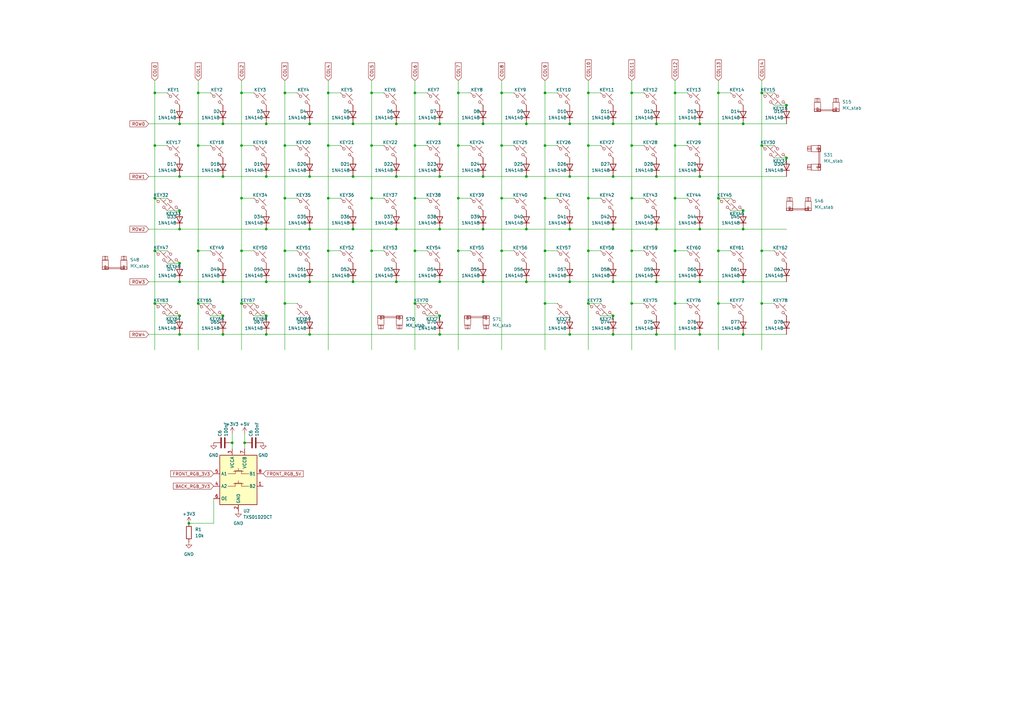
<source format=kicad_sch>
(kicad_sch (version 20230121) (generator eeschema)
  (paper "A3")
  (junction (at 81.28 102.87))
  (junction (at 269.24 115.57))
  (junction (at 187.96 38.1))
  (junction (at 187.96 102.87))
  (junction (at 144.78 50.8))
  (junction (at 116.84 124.46))
  (junction (at 162.56 115.57))
  (junction (at 198.12 72.39))
  (junction (at 269.24 93.98))
  (junction (at 251.46 72.39))
  (junction (at 233.68 72.39))
  (junction (at 162.56 50.8))
  (junction (at 223.52 38.1))
  (junction (at 294.64 38.1))
  (junction (at 205.74 102.87))
  (junction (at 294.64 124.46))
  (junction (at 251.46 50.8))
  (junction (at 215.9 93.98))
  (junction (at 287.02 72.39))
  (junction (at 152.4 38.1))
  (junction (at 269.24 50.8))
  (junction (at 276.86 124.46))
  (junction (at 304.8 50.8))
  (junction (at 215.9 72.39))
  (junction (at 241.3 38.1))
  (junction (at 205.74 81.28))
  (junction (at 99.06 59.69))
  (junction (at 91.44 115.57))
  (junction (at 287.02 137.16))
  (junction (at 99.06 38.1))
  (junction (at 63.5 81.28))
  (junction (at 312.42 59.69))
  (junction (at 287.02 93.98))
  (junction (at 304.8 115.57))
  (junction (at 198.12 93.98))
  (junction (at 304.8 93.98))
  (junction (at 144.78 93.98))
  (junction (at 63.5 102.87))
  (junction (at 276.86 38.1))
  (junction (at 180.34 129.54))
  (junction (at 259.08 59.69))
  (junction (at 170.18 102.87))
  (junction (at 312.42 124.46))
  (junction (at 116.84 102.87))
  (junction (at 99.06 124.46))
  (junction (at 73.66 115.57))
  (junction (at 259.08 102.87))
  (junction (at 109.22 115.57))
  (junction (at 144.78 115.57))
  (junction (at 259.08 81.28))
  (junction (at 91.44 137.16))
  (junction (at 91.44 129.54))
  (junction (at 162.56 72.39))
  (junction (at 223.52 59.69))
  (junction (at 233.68 115.57))
  (junction (at 109.22 93.98))
  (junction (at 233.68 137.16))
  (junction (at 180.34 50.8))
  (junction (at 322.58 64.77))
  (junction (at 109.22 129.54))
  (junction (at 215.9 50.8))
  (junction (at 198.12 50.8))
  (junction (at 127 93.98))
  (junction (at 223.52 102.87))
  (junction (at 95.25 181.61))
  (junction (at 251.46 115.57))
  (junction (at 215.9 115.57))
  (junction (at 63.5 59.69))
  (junction (at 73.66 50.8))
  (junction (at 152.4 81.28))
  (junction (at 127 72.39))
  (junction (at 152.4 59.69))
  (junction (at 81.28 124.46))
  (junction (at 134.62 102.87))
  (junction (at 322.58 43.18))
  (junction (at 198.12 115.57))
  (junction (at 251.46 93.98))
  (junction (at 63.5 124.46))
  (junction (at 73.66 129.54))
  (junction (at 127 115.57))
  (junction (at 109.22 137.16))
  (junction (at 223.52 81.28))
  (junction (at 91.44 50.8))
  (junction (at 116.84 59.69))
  (junction (at 251.46 129.54))
  (junction (at 180.34 93.98))
  (junction (at 100.33 181.61))
  (junction (at 81.28 59.69))
  (junction (at 259.08 38.1))
  (junction (at 304.8 137.16))
  (junction (at 73.66 93.98))
  (junction (at 127 137.16))
  (junction (at 63.5 38.1))
  (junction (at 134.62 59.69))
  (junction (at 170.18 59.69))
  (junction (at 144.78 72.39))
  (junction (at 223.52 124.46))
  (junction (at 91.44 72.39))
  (junction (at 312.42 38.1))
  (junction (at 269.24 72.39))
  (junction (at 73.66 86.36))
  (junction (at 134.62 81.28))
  (junction (at 116.84 81.28))
  (junction (at 73.66 137.16))
  (junction (at 73.66 72.39))
  (junction (at 241.3 81.28))
  (junction (at 251.46 137.16))
  (junction (at 187.96 81.28))
  (junction (at 233.68 93.98))
  (junction (at 162.56 93.98))
  (junction (at 170.18 81.28))
  (junction (at 152.4 102.87))
  (junction (at 241.3 59.69))
  (junction (at 180.34 137.16))
  (junction (at 205.74 59.69))
  (junction (at 187.96 59.69))
  (junction (at 269.24 137.16))
  (junction (at 170.18 124.46))
  (junction (at 73.66 107.95))
  (junction (at 99.06 81.28))
  (junction (at 287.02 115.57))
  (junction (at 276.86 81.28))
  (junction (at 127 50.8))
  (junction (at 116.84 38.1))
  (junction (at 233.68 50.8))
  (junction (at 241.3 124.46))
  (junction (at 276.86 102.87))
  (junction (at 180.34 115.57))
  (junction (at 205.74 38.1))
  (junction (at 276.86 59.69))
  (junction (at 77.47 214.63))
  (junction (at 304.8 86.36))
  (junction (at 180.34 72.39))
  (junction (at 294.64 102.87))
  (junction (at 287.02 50.8))
  (junction (at 312.42 102.87))
  (junction (at 294.64 81.28))
  (junction (at 109.22 72.39))
  (junction (at 81.28 38.1))
  (junction (at 134.62 38.1))
  (junction (at 241.3 102.87))
  (junction (at 170.18 38.1))
  (junction (at 109.22 50.8))
  (junction (at 99.06 102.87))
  (junction (at 259.08 124.46))
  (wire (pts (xy 294.64 38.1) (xy 299.72 38.1)))
  (wire (pts (xy 81.28 38.1) (xy 86.36 38.1)))
  (wire (pts (xy 134.62 59.69) (xy 139.7 59.69)))
  (wire (pts (xy 251.46 137.16) (xy 269.24 137.16)))
  (wire (pts (xy 91.44 137.16) (xy 109.22 137.16)))
  (wire (pts (xy 134.62 33.02) (xy 134.62 38.1)))
  (wire (pts (xy 180.34 72.39) (xy 198.12 72.39)))
  (wire (pts (xy 294.64 124.46) (xy 294.64 143.51)))
  (wire (pts (xy 312.42 59.69) (xy 312.42 102.87)))
  (wire (pts (xy 276.86 81.28) (xy 281.94 81.28)))
  (wire (pts (xy 87.63 214.63) (xy 87.63 204.47)))
  (wire (pts (xy 241.3 124.46) (xy 246.38 124.46)))
  (wire (pts (xy 81.28 33.02) (xy 81.28 38.1)))
  (wire (pts (xy 134.62 59.69) (xy 134.62 81.28)))
  (wire (pts (xy 233.68 72.39) (xy 251.46 72.39)))
  (wire (pts (xy 63.5 59.69) (xy 63.5 81.28)))
  (wire (pts (xy 294.64 81.28) (xy 294.64 102.87)))
  (wire (pts (xy 81.28 124.46) (xy 86.36 124.46)))
  (wire (pts (xy 127 72.39) (xy 144.78 72.39)))
  (wire (pts (xy 251.46 93.98) (xy 269.24 93.98)))
  (wire (pts (xy 152.4 59.69) (xy 152.4 81.28)))
  (wire (pts (xy 317.5 43.18) (xy 322.58 43.18)))
  (wire (pts (xy 259.08 59.69) (xy 259.08 81.28)))
  (wire (pts (xy 304.8 115.57) (xy 322.58 115.57)))
  (wire (pts (xy 175.26 129.54) (xy 180.34 129.54)))
  (wire (pts (xy 223.52 38.1) (xy 228.6 38.1)))
  (wire (pts (xy 233.68 93.98) (xy 251.46 93.98)))
  (wire (pts (xy 170.18 38.1) (xy 175.26 38.1)))
  (wire (pts (xy 251.46 72.39) (xy 269.24 72.39)))
  (wire (pts (xy 73.66 72.39) (xy 91.44 72.39)))
  (wire (pts (xy 144.78 72.39) (xy 162.56 72.39)))
  (wire (pts (xy 116.84 81.28) (xy 116.84 102.87)))
  (wire (pts (xy 187.96 38.1) (xy 187.96 59.69)))
  (wire (pts (xy 223.52 38.1) (xy 223.52 59.69)))
  (wire (pts (xy 223.52 33.02) (xy 223.52 38.1)))
  (wire (pts (xy 134.62 81.28) (xy 134.62 102.87)))
  (wire (pts (xy 81.28 38.1) (xy 81.28 59.69)))
  (wire (pts (xy 116.84 38.1) (xy 121.92 38.1)))
  (wire (pts (xy 259.08 102.87) (xy 259.08 124.46)))
  (wire (pts (xy 170.18 102.87) (xy 175.26 102.87)))
  (wire (pts (xy 312.42 102.87) (xy 312.42 124.46)))
  (wire (pts (xy 73.66 93.98) (xy 109.22 93.98)))
  (wire (pts (xy 294.64 102.87) (xy 294.64 124.46)))
  (wire (pts (xy 223.52 102.87) (xy 228.6 102.87)))
  (wire (pts (xy 205.74 81.28) (xy 205.74 102.87)))
  (wire (pts (xy 63.5 38.1) (xy 68.58 38.1)))
  (wire (pts (xy 109.22 50.8) (xy 127 50.8)))
  (wire (pts (xy 170.18 81.28) (xy 170.18 102.87)))
  (wire (pts (xy 144.78 115.57) (xy 162.56 115.57)))
  (wire (pts (xy 259.08 59.69) (xy 264.16 59.69)))
  (wire (pts (xy 99.06 102.87) (xy 99.06 124.46)))
  (wire (pts (xy 99.06 38.1) (xy 104.14 38.1)))
  (wire (pts (xy 170.18 81.28) (xy 175.26 81.28)))
  (wire (pts (xy 198.12 50.8) (xy 215.9 50.8)))
  (wire (pts (xy 60.96 93.98) (xy 73.66 93.98)))
  (wire (pts (xy 205.74 38.1) (xy 210.82 38.1)))
  (wire (pts (xy 259.08 38.1) (xy 264.16 38.1)))
  (wire (pts (xy 223.52 124.46) (xy 223.52 143.51)))
  (wire (pts (xy 205.74 102.87) (xy 210.82 102.87)))
  (wire (pts (xy 198.12 93.98) (xy 215.9 93.98)))
  (wire (pts (xy 205.74 33.02) (xy 205.74 38.1)))
  (wire (pts (xy 68.58 129.54) (xy 73.66 129.54)))
  (wire (pts (xy 312.42 38.1) (xy 317.5 38.1)))
  (wire (pts (xy 304.8 50.8) (xy 322.58 50.8)))
  (wire (pts (xy 100.33 181.61) (xy 100.33 184.15)))
  (wire (pts (xy 95.25 177.8) (xy 95.25 181.61)))
  (wire (pts (xy 299.72 86.36) (xy 304.8 86.36)))
  (wire (pts (xy 259.08 81.28) (xy 264.16 81.28)))
  (wire (pts (xy 269.24 50.8) (xy 287.02 50.8)))
  (wire (pts (xy 215.9 72.39) (xy 233.68 72.39)))
  (wire (pts (xy 215.9 50.8) (xy 233.68 50.8)))
  (wire (pts (xy 63.5 124.46) (xy 63.5 143.51)))
  (wire (pts (xy 287.02 137.16) (xy 304.8 137.16)))
  (wire (pts (xy 276.86 59.69) (xy 281.94 59.69)))
  (wire (pts (xy 198.12 115.57) (xy 215.9 115.57)))
  (wire (pts (xy 63.5 33.02) (xy 63.5 38.1)))
  (wire (pts (xy 81.28 102.87) (xy 81.28 124.46)))
  (wire (pts (xy 109.22 93.98) (xy 127 93.98)))
  (wire (pts (xy 63.5 81.28) (xy 63.5 102.87)))
  (wire (pts (xy 205.74 59.69) (xy 205.74 81.28)))
  (wire (pts (xy 63.5 81.28) (xy 68.58 81.28)))
  (wire (pts (xy 170.18 124.46) (xy 170.18 143.51)))
  (wire (pts (xy 223.52 81.28) (xy 223.52 102.87)))
  (wire (pts (xy 116.84 59.69) (xy 116.84 81.28)))
  (wire (pts (xy 241.3 59.69) (xy 241.3 81.28)))
  (wire (pts (xy 180.34 93.98) (xy 198.12 93.98)))
  (wire (pts (xy 223.52 102.87) (xy 223.52 124.46)))
  (wire (pts (xy 91.44 115.57) (xy 109.22 115.57)))
  (wire (pts (xy 134.62 38.1) (xy 139.7 38.1)))
  (wire (pts (xy 63.5 102.87) (xy 68.58 102.87)))
  (wire (pts (xy 81.28 102.87) (xy 86.36 102.87)))
  (wire (pts (xy 73.66 50.8) (xy 91.44 50.8)))
  (wire (pts (xy 241.3 33.02) (xy 241.3 38.1)))
  (wire (pts (xy 259.08 102.87) (xy 264.16 102.87)))
  (wire (pts (xy 63.5 38.1) (xy 63.5 59.69)))
  (wire (pts (xy 259.08 124.46) (xy 264.16 124.46)))
  (wire (pts (xy 116.84 102.87) (xy 116.84 124.46)))
  (wire (pts (xy 116.84 33.02) (xy 116.84 38.1)))
  (wire (pts (xy 81.28 124.46) (xy 81.28 143.51)))
  (wire (pts (xy 312.42 59.69) (xy 317.5 59.69)))
  (wire (pts (xy 99.06 81.28) (xy 104.14 81.28)))
  (wire (pts (xy 162.56 50.8) (xy 180.34 50.8)))
  (wire (pts (xy 134.62 102.87) (xy 134.62 143.51)))
  (wire (pts (xy 251.46 115.57) (xy 269.24 115.57)))
  (wire (pts (xy 152.4 33.02) (xy 152.4 38.1)))
  (wire (pts (xy 312.42 33.02) (xy 312.42 38.1)))
  (wire (pts (xy 116.84 59.69) (xy 121.92 59.69)))
  (wire (pts (xy 170.18 59.69) (xy 170.18 81.28)))
  (wire (pts (xy 170.18 38.1) (xy 170.18 59.69)))
  (wire (pts (xy 205.74 38.1) (xy 205.74 59.69)))
  (wire (pts (xy 287.02 93.98) (xy 304.8 93.98)))
  (wire (pts (xy 99.06 33.02) (xy 99.06 38.1)))
  (wire (pts (xy 294.64 33.02) (xy 294.64 38.1)))
  (wire (pts (xy 304.8 137.16) (xy 322.58 137.16)))
  (wire (pts (xy 152.4 102.87) (xy 152.4 143.51)))
  (wire (pts (xy 287.02 72.39) (xy 322.58 72.39)))
  (wire (pts (xy 134.62 102.87) (xy 139.7 102.87)))
  (wire (pts (xy 304.8 93.98) (xy 322.58 93.98)))
  (wire (pts (xy 100.33 177.8) (xy 100.33 181.61)))
  (wire (pts (xy 60.96 72.39) (xy 73.66 72.39)))
  (wire (pts (xy 162.56 115.57) (xy 180.34 115.57)))
  (wire (pts (xy 73.66 115.57) (xy 91.44 115.57)))
  (wire (pts (xy 223.52 81.28) (xy 228.6 81.28)))
  (wire (pts (xy 276.86 124.46) (xy 281.94 124.46)))
  (wire (pts (xy 109.22 115.57) (xy 127 115.57)))
  (wire (pts (xy 81.28 59.69) (xy 81.28 102.87)))
  (wire (pts (xy 259.08 81.28) (xy 259.08 102.87)))
  (wire (pts (xy 95.25 181.61) (xy 95.25 184.15)))
  (wire (pts (xy 223.52 124.46) (xy 228.6 124.46)))
  (wire (pts (xy 241.3 102.87) (xy 246.38 102.87)))
  (wire (pts (xy 144.78 93.98) (xy 162.56 93.98)))
  (wire (pts (xy 205.74 102.87) (xy 205.74 143.51)))
  (wire (pts (xy 287.02 50.8) (xy 304.8 50.8)))
  (wire (pts (xy 276.86 38.1) (xy 276.86 59.69)))
  (wire (pts (xy 170.18 33.02) (xy 170.18 38.1)))
  (wire (pts (xy 287.02 115.57) (xy 304.8 115.57)))
  (wire (pts (xy 60.96 137.16) (xy 73.66 137.16)))
  (wire (pts (xy 276.86 38.1) (xy 281.94 38.1)))
  (wire (pts (xy 241.3 38.1) (xy 241.3 59.69)))
  (wire (pts (xy 180.34 137.16) (xy 233.68 137.16)))
  (wire (pts (xy 109.22 137.16) (xy 127 137.16)))
  (wire (pts (xy 170.18 59.69) (xy 175.26 59.69)))
  (wire (pts (xy 187.96 81.28) (xy 187.96 102.87)))
  (wire (pts (xy 86.36 129.54) (xy 91.44 129.54)))
  (wire (pts (xy 63.5 59.69) (xy 68.58 59.69)))
  (wire (pts (xy 63.5 124.46) (xy 68.58 124.46)))
  (wire (pts (xy 180.34 115.57) (xy 198.12 115.57)))
  (wire (pts (xy 134.62 38.1) (xy 134.62 59.69)))
  (wire (pts (xy 241.3 81.28) (xy 241.3 102.87)))
  (wire (pts (xy 180.34 50.8) (xy 198.12 50.8)))
  (wire (pts (xy 109.22 72.39) (xy 127 72.39)))
  (wire (pts (xy 259.08 33.02) (xy 259.08 38.1)))
  (wire (pts (xy 223.52 59.69) (xy 223.52 81.28)))
  (wire (pts (xy 99.06 124.46) (xy 104.14 124.46)))
  (wire (pts (xy 187.96 81.28) (xy 193.04 81.28)))
  (wire (pts (xy 187.96 102.87) (xy 193.04 102.87)))
  (wire (pts (xy 312.42 38.1) (xy 312.42 59.69)))
  (wire (pts (xy 91.44 72.39) (xy 109.22 72.39)))
  (wire (pts (xy 116.84 124.46) (xy 121.92 124.46)))
  (wire (pts (xy 104.14 129.54) (xy 109.22 129.54)))
  (wire (pts (xy 170.18 102.87) (xy 170.18 124.46)))
  (wire (pts (xy 269.24 137.16) (xy 287.02 137.16)))
  (wire (pts (xy 73.66 137.16) (xy 91.44 137.16)))
  (wire (pts (xy 223.52 59.69) (xy 228.6 59.69)))
  (wire (pts (xy 127 50.8) (xy 144.78 50.8)))
  (wire (pts (xy 152.4 38.1) (xy 152.4 59.69)))
  (wire (pts (xy 294.64 102.87) (xy 299.72 102.87)))
  (wire (pts (xy 294.64 38.1) (xy 294.64 81.28)))
  (wire (pts (xy 259.08 124.46) (xy 259.08 143.51)))
  (wire (pts (xy 276.86 59.69) (xy 276.86 81.28)))
  (wire (pts (xy 205.74 81.28) (xy 210.82 81.28)))
  (wire (pts (xy 276.86 102.87) (xy 281.94 102.87)))
  (wire (pts (xy 241.3 59.69) (xy 246.38 59.69)))
  (wire (pts (xy 116.84 38.1) (xy 116.84 59.69)))
  (wire (pts (xy 152.4 81.28) (xy 157.48 81.28)))
  (wire (pts (xy 91.44 50.8) (xy 109.22 50.8)))
  (wire (pts (xy 269.24 72.39) (xy 287.02 72.39)))
  (wire (pts (xy 241.3 38.1) (xy 246.38 38.1)))
  (wire (pts (xy 187.96 59.69) (xy 193.04 59.69)))
  (wire (pts (xy 269.24 115.57) (xy 287.02 115.57)))
  (wire (pts (xy 68.58 86.36) (xy 73.66 86.36)))
  (wire (pts (xy 187.96 59.69) (xy 187.96 81.28)))
  (wire (pts (xy 134.62 81.28) (xy 139.7 81.28)))
  (wire (pts (xy 276.86 124.46) (xy 276.86 143.51)))
  (wire (pts (xy 127 93.98) (xy 144.78 93.98)))
  (wire (pts (xy 294.64 124.46) (xy 299.72 124.46)))
  (wire (pts (xy 60.96 115.57) (xy 73.66 115.57)))
  (wire (pts (xy 63.5 102.87) (xy 63.5 124.46)))
  (wire (pts (xy 259.08 38.1) (xy 259.08 59.69)))
  (wire (pts (xy 187.96 102.87) (xy 187.96 143.51)))
  (wire (pts (xy 187.96 33.02) (xy 187.96 38.1)))
  (wire (pts (xy 144.78 50.8) (xy 162.56 50.8)))
  (wire (pts (xy 246.38 129.54) (xy 251.46 129.54)))
  (wire (pts (xy 269.24 93.98) (xy 287.02 93.98)))
  (wire (pts (xy 233.68 115.57) (xy 251.46 115.57)))
  (wire (pts (xy 198.12 72.39) (xy 215.9 72.39)))
  (wire (pts (xy 170.18 124.46) (xy 175.26 124.46)))
  (wire (pts (xy 294.64 81.28) (xy 299.72 81.28)))
  (wire (pts (xy 241.3 81.28) (xy 246.38 81.28)))
  (wire (pts (xy 81.28 59.69) (xy 86.36 59.69)))
  (wire (pts (xy 152.4 38.1) (xy 157.48 38.1)))
  (wire (pts (xy 276.86 102.87) (xy 276.86 124.46)))
  (wire (pts (xy 317.5 64.77) (xy 322.58 64.77)))
  (wire (pts (xy 152.4 81.28) (xy 152.4 102.87)))
  (wire (pts (xy 152.4 102.87) (xy 157.48 102.87)))
  (wire (pts (xy 116.84 124.46) (xy 116.84 143.51)))
  (wire (pts (xy 205.74 59.69) (xy 210.82 59.69)))
  (wire (pts (xy 241.3 124.46) (xy 241.3 143.51)))
  (wire (pts (xy 127 137.16) (xy 180.34 137.16)))
  (wire (pts (xy 276.86 81.28) (xy 276.86 102.87)))
  (wire (pts (xy 187.96 38.1) (xy 193.04 38.1)))
  (wire (pts (xy 116.84 102.87) (xy 121.92 102.87)))
  (wire (pts (xy 312.42 124.46) (xy 317.5 124.46)))
  (wire (pts (xy 99.06 59.69) (xy 99.06 81.28)))
  (wire (pts (xy 77.47 214.63) (xy 87.63 214.63)))
  (wire (pts (xy 127 115.57) (xy 144.78 115.57)))
  (wire (pts (xy 99.06 102.87) (xy 104.14 102.87)))
  (wire (pts (xy 233.68 50.8) (xy 251.46 50.8)))
  (wire (pts (xy 162.56 72.39) (xy 180.34 72.39)))
  (wire (pts (xy 233.68 137.16) (xy 251.46 137.16)))
  (wire (pts (xy 99.06 124.46) (xy 99.06 143.51)))
  (wire (pts (xy 68.58 107.95) (xy 73.66 107.95)))
  (wire (pts (xy 60.96 50.8) (xy 73.66 50.8)))
  (wire (pts (xy 99.06 38.1) (xy 99.06 59.69)))
  (wire (pts (xy 99.06 81.28) (xy 99.06 102.87)))
  (wire (pts (xy 162.56 93.98) (xy 180.34 93.98)))
  (wire (pts (xy 312.42 124.46) (xy 312.42 143.51)))
  (wire (pts (xy 215.9 115.57) (xy 233.68 115.57)))
  (wire (pts (xy 241.3 102.87) (xy 241.3 124.46)))
  (wire (pts (xy 116.84 81.28) (xy 121.92 81.28)))
  (wire (pts (xy 99.06 59.69) (xy 104.14 59.69)))
  (wire (pts (xy 215.9 93.98) (xy 233.68 93.98)))
  (wire (pts (xy 276.86 33.02) (xy 276.86 38.1)))
  (wire (pts (xy 312.42 102.87) (xy 317.5 102.87)))
  (wire (pts (xy 152.4 59.69) (xy 157.48 59.69)))
  (wire (pts (xy 251.46 50.8) (xy 269.24 50.8)))
  (global_label "COL13" (shape input) (at 294.64 33.02 90) (property "Intersheetrefs" "${INTERSHEET_REFS}" (effects hide)))
  (global_label "ROW0" (shape input) (at 60.96 50.8 180) (property "Intersheetrefs" "${INTERSHEET_REFS}" (effects hide)))
  (global_label "COL1" (shape input) (at 81.28 33.02 90) (property "Intersheetrefs" "${INTERSHEET_REFS}" (effects hide)))
  (global_label "COL3" (shape input) (at 116.84 33.02 90) (property "Intersheetrefs" "${INTERSHEET_REFS}" (effects hide)))
  (global_label "ROW2" (shape input) (at 60.96 93.98 180) (property "Intersheetrefs" "${INTERSHEET_REFS}" (effects hide)))
  (global_label "COL14" (shape input) (at 312.42 33.02 90) (property "Intersheetrefs" "${INTERSHEET_REFS}" (effects hide)))
  (global_label "ROW3" (shape input) (at 60.96 115.57 180) (property "Intersheetrefs" "${INTERSHEET_REFS}" (effects hide)))
  (global_label "COL0" (shape input) (at 63.5 33.02 90) (property "Intersheetrefs" "${INTERSHEET_REFS}" (effects hide)))
  (global_label "ROW1" (shape input) (at 60.96 72.39 180) (property "Intersheetrefs" "${INTERSHEET_REFS}" (effects hide)))
  (global_label "COL9" (shape input) (at 223.52 33.02 90) (property "Intersheetrefs" "${INTERSHEET_REFS}" (effects hide)))
  (global_label "COL7" (shape input) (at 187.96 33.02 90) (property "Intersheetrefs" "${INTERSHEET_REFS}" (effects hide)))
  (global_label "FRONT_RGB_5V" (shape input) (at 107.95 194.31 0) (property "Intersheetrefs" "${INTERSHEET_REFS}" (effects hide)))
  (global_label "COL11" (shape input) (at 259.08 33.02 90) (property "Intersheetrefs" "${INTERSHEET_REFS}" (effects hide)))
  (global_label "COL12" (shape input) (at 276.86 33.02 90) (property "Intersheetrefs" "${INTERSHEET_REFS}" (effects hide)))
  (global_label "COL10" (shape input) (at 241.3 33.02 90) (property "Intersheetrefs" "${INTERSHEET_REFS}" (effects hide)))
  (global_label "COL8" (shape input) (at 205.74 33.02 90) (property "Intersheetrefs" "${INTERSHEET_REFS}" (effects hide)))
  (global_label "ROW4" (shape input) (at 60.96 137.16 180) (property "Intersheetrefs" "${INTERSHEET_REFS}" (effects hide)))
  (global_label "FRONT_RGB_3V3" (shape input) (at 87.63 194.31 180) (property "Intersheetrefs" "${INTERSHEET_REFS}" (effects hide)))
  (global_label "COL4" (shape input) (at 134.62 33.02 90) (property "Intersheetrefs" "${INTERSHEET_REFS}" (effects hide)))
  (global_label "COL5" (shape input) (at 152.4 33.02 90) (property "Intersheetrefs" "${INTERSHEET_REFS}" (effects hide)))
  (global_label "BACK_RGB_3V3" (shape input) (at 87.63 199.39 180) (property "Intersheetrefs" "${INTERSHEET_REFS}" (effects hide)))
  (global_label "COL2" (shape input) (at 99.06 33.02 90) (property "Intersheetrefs" "${INTERSHEET_REFS}" (effects hide)))
  (global_label "COL6" (shape input) (at 170.18 33.02 90) (property "Intersheetrefs" "${INTERSHEET_REFS}" (effects hide)))
  (symbol (lib_id "Diode:1N4148") (at 198.12 111.76 90) (unit 1)
    (property "Reference" "D55" (at 196.85 110.49 90) (effects (justify left)))
    (property "Value" "1N4148" (at 196.85 113.03 90) (effects (justify left)))
    (property "Footprint" "Diode_SMD:D_SOD-323_HandSoldering" (effects hide))
    (property "Datasheet" "https://assets.nexperia.com/documents/data-sheet/1N4148_1N4448.pdf" (effects hide))
    (property "LCSC" "C81598" (effects hide))
    (property "MFR. Part #" "1N4148W" (effects hide))
  )
  (symbol (lib_id "Switch:SW_Push_45deg") (at 101.6 127 0) (unit 1)
    (property "Reference" "KEY67" (at 101.6 123.19 0))
    (property "Value" "SW_Push_45deg" (effects hide))
    (property "Footprint" "key-switches:SW_MX_HotSwap" (effects hide))
  )
  (symbol (lib_id "Switch:SW_Push_45deg") (at 231.14 105.41 0) (unit 1)
    (property "Reference" "KEY57" (at 231.14 101.6 0))
    (property "Value" "SW_Push_45deg" (effects hide))
    (property "Footprint" "key-switches:SW_MX_HotSwap" (effects hide))
  )
  (symbol (lib_id "Switch:SW_Push_45deg") (at 106.68 127 180) (unit 1)
    (property "Reference" "KEY68" (at 106.68 130.81 0))
    (property "Value" "SW_Push_45deg" (effects hide))
    (property "Footprint" "key-switches:SW_MX_HotSwap" (effects hide))
  )
  (symbol (lib_id "Diode:1N4148") (at 180.34 90.17 90) (unit 1)
    (property "Reference" "D38" (at 179.07 88.9 90) (effects (justify left)))
    (property "Value" "1N4148" (at 179.07 91.44 90) (effects (justify left)))
    (property "Footprint" "Diode_SMD:D_SOD-323_HandSoldering" (effects hide))
    (property "Datasheet" "https://assets.nexperia.com/documents/data-sheet/1N4148_1N4448.pdf" (effects hide))
    (property "LCSC" "C81598" (effects hide))
    (property "MFR. Part #" "1N4148W" (effects hide))
  )
  (symbol (lib_id "power:+3V3") (at 77.47 214.63 0) (unit 1)
    (property "Reference" "#PWR012" (effects hide))
    (property "Value" "+3V3" (at 77.47 210.82 0))
  )
  (symbol (lib_id "Switch:SW_Push_45deg") (at 320.04 62.23 180) (unit 1)
    (property "Reference" "KEY31" (at 320.04 66.04 0))
    (property "Value" "SW_Push_45deg" (effects hide))
    (property "Footprint" "key-switches:SW_MX_HotSwap" (effects hide))
  )
  (symbol (lib_id "Diode:1N4148") (at 73.66 133.35 90) (unit 1)
    (property "Reference" "D63" (at 72.39 132.08 90) (effects (justify left)))
    (property "Value" "1N4148" (at 72.39 134.62 90) (effects (justify left)))
    (property "Footprint" "Diode_SMD:D_SOD-323_HandSoldering" (effects hide))
    (property "Datasheet" "https://assets.nexperia.com/documents/data-sheet/1N4148_1N4448.pdf" (effects hide))
    (property "LCSC" "C81598" (effects hide))
    (property "MFR. Part #" "1N4148W" (effects hide))
  )
  (symbol (lib_id "Switch:SW_Push_45deg") (at 266.7 105.41 0) (unit 1)
    (property "Reference" "KEY59" (at 266.7 101.6 0))
    (property "Value" "SW_Push_45deg" (effects hide))
    (property "Footprint" "key-switches:SW_MX_HotSwap" (effects hide))
  )
  (symbol (lib_id "Diode:1N4148") (at 180.34 46.99 90) (unit 1)
    (property "Reference" "D7" (at 179.07 45.72 90) (effects (justify left)))
    (property "Value" "1N4148" (at 179.07 48.26 90) (effects (justify left)))
    (property "Footprint" "Diode_SMD:D_SOD-323_HandSoldering" (effects hide))
    (property "Datasheet" "https://assets.nexperia.com/documents/data-sheet/1N4148_1N4448.pdf" (effects hide))
    (property "LCSC" "C81598" (effects hide))
    (property "MFR. Part #" "1N4148W" (effects hide))
  )
  (symbol (lib_id "Switch:SW_Push_45deg") (at 83.82 127 0) (unit 1)
    (property "Reference" "KEY65" (at 83.82 123.19 0))
    (property "Value" "SW_Push_45deg" (effects hide))
    (property "Footprint" "key-switches:SW_MX_HotSwap" (effects hide))
  )
  (symbol (lib_id "Diode:1N4148") (at 91.44 46.99 90) (unit 1)
    (property "Reference" "D2" (at 90.17 45.72 90) (effects (justify left)))
    (property "Value" "1N4148" (at 90.17 48.26 90) (effects (justify left)))
    (property "Footprint" "Diode_SMD:D_SOD-323_HandSoldering" (effects hide))
    (property "Datasheet" "https://assets.nexperia.com/documents/data-sheet/1N4148_1N4448.pdf" (effects hide))
    (property "LCSC" "C81598" (effects hide))
    (property "MFR. Part #" "1N4148W" (effects hide))
  )
  (symbol (lib_id "Switch:SW_Push_45deg") (at 266.7 40.64 0) (unit 1)
    (property "Reference" "KEY12" (at 266.7 36.83 0))
    (property "Value" "SW_Push_45deg" (effects hide))
    (property "Footprint" "key-switches:SW_MX_HotSwap" (effects hide))
  )
  (symbol (lib_id "Switch:SW_Push_45deg") (at 213.36 105.41 0) (unit 1)
    (property "Reference" "KEY56" (at 213.36 101.6 0))
    (property "Value" "SW_Push_45deg" (effects hide))
    (property "Footprint" "key-switches:SW_MX_HotSwap" (effects hide))
  )
  (symbol (lib_id "Switch:SW_Push_45deg") (at 284.48 62.23 0) (unit 1)
    (property "Reference" "KEY29" (at 284.48 58.42 0))
    (property "Value" "SW_Push_45deg" (effects hide))
    (property "Footprint" "key-switches:SW_MX_HotSwap" (effects hide))
  )
  (symbol (lib_id "Switch:SW_Push_45deg") (at 284.48 105.41 0) (unit 1)
    (property "Reference" "KEY60" (at 284.48 101.6 0))
    (property "Value" "SW_Push_45deg" (effects hide))
    (property "Footprint" "key-switches:SW_MX_HotSwap" (effects hide))
  )
  (symbol (lib_id "power:+5V") (at 100.33 177.8 0) (unit 1)
    (property "Reference" "#PWR01" (effects hide))
    (property "Value" "+5V" (at 100.33 173.99 0))
    (instances (project "MS60" (path "" (reference "#PWR01") (unit 1)) (path "" (reference "#PWR02") (unit 1))))
  )
  (symbol (lib_id "Diode:1N4148") (at 180.34 133.35 90) (unit 1)
    (property "Reference" "D70" (at 179.07 132.08 90) (effects (justify left)))
    (property "Value" "1N4148" (at 179.07 134.62 90) (effects (justify left)))
    (property "Footprint" "Diode_SMD:D_SOD-323_HandSoldering" (effects hide))
    (property "Datasheet" "https://assets.nexperia.com/documents/data-sheet/1N4148_1N4448.pdf" (effects hide))
    (property "LCSC" "C81598" (effects hide))
    (property "MFR. Part #" "1N4148W" (effects hide))
  )
  (symbol (lib_id "Switch:SW_Push_45deg") (at 66.04 83.82 0) (unit 1)
    (property "Reference" "KEY32" (at 66.04 80.01 0))
    (property "Value" "SW_Push_45deg" (effects hide))
    (property "Footprint" "key-switches:SW_MX_HotSwap" (effects hide))
  )
  (symbol (lib_id "PCM_marbastlib-mx:MX_stab") (at 160.02 132.08 180) (unit 1)
    (property "Reference" "S70" (at 166.37 130.937 0) (effects (justify right)))
    (property "Value" "MX_stab" (at 166.37 133.477 0) (effects (justify right)))
    (property "Footprint" "PCM_marbastlib-mx:STAB_MX_6.25u" (effects hide))
  )
  (symbol (lib_id "Switch:SW_Push_45deg") (at 106.68 105.41 0) (unit 1)
    (property "Reference" "KEY50" (at 106.68 101.6 0))
    (property "Value" "SW_Push_45deg" (effects hide))
    (property "Footprint" "key-switches:SW_MX_HotSwap" (effects hide))
  )
  (symbol (lib_id "Diode:1N4148") (at 162.56 46.99 90) (unit 1)
    (property "Reference" "D6" (at 161.29 45.72 90) (effects (justify left)))
    (property "Value" "1N4148" (at 161.29 48.26 90) (effects (justify left)))
    (property "Footprint" "Diode_SMD:D_SOD-323_HandSoldering" (effects hide))
    (property "Datasheet" "https://assets.nexperia.com/documents/data-sheet/1N4148_1N4448.pdf" (effects hide))
    (property "LCSC" "C81598" (effects hide))
    (property "MFR. Part #" "1N4148W" (effects hide))
  )
  (symbol (lib_id "Diode:1N4148") (at 233.68 46.99 90) (unit 1)
    (property "Reference" "D10" (at 232.41 45.72 90) (effects (justify left)))
    (property "Value" "1N4148" (at 232.41 48.26 90) (effects (justify left)))
    (property "Footprint" "Diode_SMD:D_SOD-323_HandSoldering" (effects hide))
    (property "Datasheet" "https://assets.nexperia.com/documents/data-sheet/1N4148_1N4448.pdf" (effects hide))
    (property "LCSC" "C81598" (effects hide))
    (property "MFR. Part #" "1N4148W" (effects hide))
  )
  (symbol (lib_id "Diode:1N4148") (at 127 46.99 90) (unit 1)
    (property "Reference" "D4" (at 125.73 45.72 90) (effects (justify left)))
    (property "Value" "1N4148" (at 125.73 48.26 90) (effects (justify left)))
    (property "Footprint" "Diode_SMD:D_SOD-323_HandSoldering" (effects hide))
    (property "Datasheet" "https://assets.nexperia.com/documents/data-sheet/1N4148_1N4448.pdf" (effects hide))
    (property "LCSC" "C81598" (effects hide))
    (property "MFR. Part #" "1N4148W" (effects hide))
  )
  (symbol (lib_name "GND_1") (lib_id "power:GND") (at 77.47 222.25 0) (unit 1)
    (property "Reference" "#PWR013" (effects hide))
    (property "Value" "GND" (at 77.47 227.33 0))
    (instances (project "MS60" (path "" (reference "#PWR013") (unit 1)) (path "" (reference "#PWR021") (unit 1))))
  )
  (symbol (lib_id "Switch:SW_Push_45deg") (at 231.14 127 180) (unit 1)
    (property "Reference" "KEY72" (at 231.14 130.81 0))
    (property "Value" "SW_Push_45deg" (effects hide))
    (property "Footprint" "key-switches:SW_MX_HotSwap" (effects hide))
  )
  (symbol (lib_id "Switch:SW_Push_45deg") (at 195.58 40.64 0) (unit 1)
    (property "Reference" "KEY8" (at 195.58 36.83 0))
    (property "Value" "SW_Push_45deg" (effects hide))
    (property "Footprint" "key-switches:SW_MX_HotSwap" (effects hide))
  )
  (symbol (lib_id "Diode:1N4148") (at 287.02 68.58 90) (unit 1)
    (property "Reference" "D29" (at 285.75 67.31 90) (effects (justify left)))
    (property "Value" "1N4148" (at 285.75 69.85 90) (effects (justify left)))
    (property "Footprint" "Diode_SMD:D_SOD-323_HandSoldering" (effects hide))
    (property "Datasheet" "https://assets.nexperia.com/documents/data-sheet/1N4148_1N4448.pdf" (effects hide))
    (property "LCSC" "C81598" (effects hide))
    (property "MFR. Part #" "1N4148W" (effects hide))
  )
  (symbol (lib_id "Diode:1N4148") (at 287.02 46.99 90) (unit 1)
    (property "Reference" "D13" (at 285.75 45.72 90) (effects (justify left)))
    (property "Value" "1N4148" (at 285.75 48.26 90) (effects (justify left)))
    (property "Footprint" "Diode_SMD:D_SOD-323_HandSoldering" (effects hide))
    (property "Datasheet" "https://assets.nexperia.com/documents/data-sheet/1N4148_1N4448.pdf" (effects hide))
    (property "LCSC" "C81598" (effects hide))
    (property "MFR. Part #" "1N4148W" (effects hide))
  )
  (symbol (lib_id "Diode:1N4148") (at 287.02 133.35 90) (unit 1)
    (property "Reference" "D76" (at 285.75 132.08 90) (effects (justify left)))
    (property "Value" "1N4148" (at 285.75 134.62 90) (effects (justify left)))
    (property "Footprint" "Diode_SMD:D_SOD-323_HandSoldering" (effects hide))
    (property "Datasheet" "https://assets.nexperia.com/documents/data-sheet/1N4148_1N4448.pdf" (effects hide))
    (property "LCSC" "C81598" (effects hide))
    (property "MFR. Part #" "1N4148W" (effects hide))
  )
  (symbol (lib_id "Switch:SW_Push_45deg") (at 160.02 40.64 0) (unit 1)
    (property "Reference" "KEY6" (at 160.02 36.83 0))
    (property "Value" "SW_Push_45deg" (effects hide))
    (property "Footprint" "key-switches:SW_MX_HotSwap" (effects hide))
  )
  (symbol (lib_id "Diode:1N4148") (at 251.46 68.58 90) (unit 1)
    (property "Reference" "D27" (at 250.19 67.31 90) (effects (justify left)))
    (property "Value" "1N4148" (at 250.19 69.85 90) (effects (justify left)))
    (property "Footprint" "Diode_SMD:D_SOD-323_HandSoldering" (effects hide))
    (property "Datasheet" "https://assets.nexperia.com/documents/data-sheet/1N4148_1N4448.pdf" (effects hide))
    (property "LCSC" "C81598" (effects hide))
    (property "MFR. Part #" "1N4148W" (effects hide))
  )
  (symbol (lib_id "PCM_marbastlib-mx:MX_stab") (at 327.66 83.82 0) (unit 1)
    (property "Reference" "S46" (at 334.01 82.423 0) (effects (justify left)))
    (property "Value" "MX_stab" (at 334.01 84.963 0) (effects (justify left)))
    (property "Footprint" "PCM_marbastlib-mx:STAB_MX_2.25u" (effects hide))
  )
  (symbol (lib_id "Diode:1N4148") (at 198.12 68.58 90) (unit 1)
    (property "Reference" "D24" (at 196.85 67.31 90) (effects (justify left)))
    (property "Value" "1N4148" (at 196.85 69.85 90) (effects (justify left)))
    (property "Footprint" "Diode_SMD:D_SOD-323_HandSoldering" (effects hide))
    (property "Datasheet" "https://assets.nexperia.com/documents/data-sheet/1N4148_1N4448.pdf" (effects hide))
    (property "LCSC" "C81598" (effects hide))
    (property "MFR. Part #" "1N4148W" (effects hide))
  )
  (symbol (lib_id "Diode:1N4148") (at 304.8 46.99 90) (unit 1)
    (property "Reference" "D14" (at 303.53 45.72 90) (effects (justify left)))
    (property "Value" "1N4148" (at 303.53 48.26 90) (effects (justify left)))
    (property "Footprint" "Diode_SMD:D_SOD-323_HandSoldering" (effects hide))
    (property "Datasheet" "https://assets.nexperia.com/documents/data-sheet/1N4148_1N4448.pdf" (effects hide))
    (property "LCSC" "C81598" (effects hide))
    (property "MFR. Part #" "1N4148W" (effects hide))
  )
  (symbol (lib_id "Diode:1N4148") (at 91.44 68.58 90) (unit 1)
    (property "Reference" "D18" (at 90.17 67.31 90) (effects (justify left)))
    (property "Value" "1N4148" (at 90.17 69.85 90) (effects (justify left)))
    (property "Footprint" "Diode_SMD:D_SOD-323_HandSoldering" (effects hide))
    (property "Datasheet" "https://assets.nexperia.com/documents/data-sheet/1N4148_1N4448.pdf" (effects hide))
    (property "LCSC" "C81598" (effects hide))
    (property "MFR. Part #" "1N4148W" (effects hide))
  )
  (symbol (lib_id "Diode:1N4148") (at 109.22 90.17 90) (unit 1)
    (property "Reference" "D34" (at 107.95 88.9 90) (effects (justify left)))
    (property "Value" "1N4148" (at 107.95 91.44 90) (effects (justify left)))
    (property "Footprint" "Diode_SMD:D_SOD-323_HandSoldering" (effects hide))
    (property "Datasheet" "https://assets.nexperia.com/documents/data-sheet/1N4148_1N4448.pdf" (effects hide))
    (property "LCSC" "C81598" (effects hide))
    (property "MFR. Part #" "1N4148W" (effects hide))
  )
  (symbol (lib_id "Switch:SW_Push_45deg") (at 71.12 83.82 180) (unit 1)
    (property "Reference" "KEY33" (at 71.12 87.63 0))
    (property "Value" "SW_Push_45deg" (effects hide))
    (property "Footprint" "key-switches:SW_MX_HotSwap" (effects hide))
  )
  (symbol (lib_id "Diode:1N4148") (at 127 111.76 90) (unit 1)
    (property "Reference" "D51" (at 125.73 110.49 90) (effects (justify left)))
    (property "Value" "1N4148" (at 125.73 113.03 90) (effects (justify left)))
    (property "Footprint" "Diode_SMD:D_SOD-323_HandSoldering" (effects hide))
    (property "Datasheet" "https://assets.nexperia.com/documents/data-sheet/1N4148_1N4448.pdf" (effects hide))
    (property "LCSC" "C81598" (effects hide))
    (property "MFR. Part #" "1N4148W" (effects hide))
  )
  (symbol (lib_id "Switch:SW_Push_45deg") (at 266.7 62.23 0) (unit 1)
    (property "Reference" "KEY28" (at 266.7 58.42 0))
    (property "Value" "SW_Push_45deg" (effects hide))
    (property "Footprint" "key-switches:SW_MX_HotSwap" (effects hide))
  )
  (symbol (lib_id "Device:C") (at 91.44 181.61 90) (unit 1)
    (property "Reference" "C6" (at 90.17 179.07 0) (effects (justify left)))
    (property "Value" "100nF" (at 92.71 179.07 0) (effects (justify left)))
    (property "Footprint" "Capacitor_SMD:C_0402_1005Metric" (effects hide))
    (property "MFR. Part #" "CL05B104KO5NNNC" (effects hide))
    (property "LCSC" "C1525" (effects hide))
    (instances (project "MS60" (path "" (reference "C6") (unit 1)) (path "" (reference "C18") (unit 1)) (path "" (reference "C17") (unit 1))))
  )
  (symbol (lib_id "Diode:1N4148") (at 109.22 46.99 90) (unit 1)
    (property "Reference" "D3" (at 107.95 45.72 90) (effects (justify left)))
    (property "Value" "1N4148" (at 107.95 48.26 90) (effects (justify left)))
    (property "Footprint" "Diode_SMD:D_SOD-323_HandSoldering" (effects hide))
    (property "Datasheet" "https://assets.nexperia.com/documents/data-sheet/1N4148_1N4448.pdf" (effects hide))
    (property "LCSC" "C81598" (effects hide))
    (property "MFR. Part #" "1N4148W" (effects hide))
  )
  (symbol (lib_id "Switch:SW_Push_45deg") (at 248.92 127 180) (unit 1)
    (property "Reference" "KEY74" (at 248.92 130.81 0))
    (property "Value" "SW_Push_45deg" (effects hide))
    (property "Footprint" "key-switches:SW_MX_HotSwap" (effects hide))
  )
  (symbol (lib_id "Switch:SW_Push_45deg") (at 213.36 83.82 0) (unit 1)
    (property "Reference" "KEY40" (at 213.36 80.01 0))
    (property "Value" "SW_Push_45deg" (effects hide))
    (property "Footprint" "key-switches:SW_MX_HotSwap" (effects hide))
  )
  (symbol (lib_id "power:+3V3") (at 95.25 177.8 0) (unit 1)
    (property "Reference" "#PWR02" (effects hide))
    (property "Value" "+3V3" (at 95.25 173.99 0))
    (instances (project "MS60" (path "" (reference "#PWR02") (unit 1)) (path "" (reference "#PWR01") (unit 1))))
  )
  (symbol (lib_id "Switch:SW_Push_45deg") (at 297.18 83.82 0) (unit 1)
    (property "Reference" "KEY45" (at 297.18 80.01 0))
    (property "Value" "SW_Push_45deg" (effects hide))
    (property "Footprint" "key-switches:SW_MX_HotSwap" (effects hide))
  )
  (symbol (lib_id "Switch:SW_Push_45deg") (at 302.26 105.41 0) (unit 1)
    (property "Reference" "KEY61" (at 302.26 101.6 0))
    (property "Value" "SW_Push_45deg" (effects hide))
    (property "Footprint" "key-switches:SW_MX_HotSwap" (effects hide))
  )
  (symbol (lib_id "Diode:1N4148") (at 215.9 111.76 90) (unit 1)
    (property "Reference" "D56" (at 214.63 110.49 90) (effects (justify left)))
    (property "Value" "1N4148" (at 214.63 113.03 90) (effects (justify left)))
    (property "Footprint" "Diode_SMD:D_SOD-323_HandSoldering" (effects hide))
    (property "Datasheet" "https://assets.nexperia.com/documents/data-sheet/1N4148_1N4448.pdf" (effects hide))
    (property "LCSC" "C81598" (effects hide))
    (property "MFR. Part #" "1N4148W" (effects hide))
  )
  (symbol (lib_id "Switch:SW_Push_45deg") (at 88.9 105.41 0) (unit 1)
    (property "Reference" "KEY49" (at 88.9 101.6 0))
    (property "Value" "SW_Push_45deg" (effects hide))
    (property "Footprint" "key-switches:SW_MX_HotSwap" (effects hide))
  )
  (symbol (lib_id "Diode:1N4148") (at 269.24 90.17 90) (unit 1)
    (property "Reference" "D43" (at 267.97 88.9 90) (effects (justify left)))
    (property "Value" "1N4148" (at 267.97 91.44 90) (effects (justify left)))
    (property "Footprint" "Diode_SMD:D_SOD-323_HandSoldering" (effects hide))
    (property "Datasheet" "https://assets.nexperia.com/documents/data-sheet/1N4148_1N4448.pdf" (effects hide))
    (property "LCSC" "C81598" (effects hide))
    (property "MFR. Part #" "1N4148W" (effects hide))
  )
  (symbol (lib_id "Diode:1N4148") (at 269.24 111.76 90) (unit 1)
    (property "Reference" "D59" (at 267.97 110.49 90) (effects (justify left)))
    (property "Value" "1N4148" (at 267.97 113.03 90) (effects (justify left)))
    (property "Footprint" "Diode_SMD:D_SOD-323_HandSoldering" (effects hide))
    (property "Datasheet" "https://assets.nexperia.com/documents/data-sheet/1N4148_1N4448.pdf" (effects hide))
    (property "LCSC" "C81598" (effects hide))
    (property "MFR. Part #" "1N4148W" (effects hide))
  )
  (symbol (lib_id "Diode:1N4148") (at 127 90.17 90) (unit 1)
    (property "Reference" "D35" (at 125.73 88.9 90) (effects (justify left)))
    (property "Value" "1N4148" (at 125.73 91.44 90) (effects (justify left)))
    (property "Footprint" "Diode_SMD:D_SOD-323_HandSoldering" (effects hide))
    (property "Datasheet" "https://assets.nexperia.com/documents/data-sheet/1N4148_1N4448.pdf" (effects hide))
    (property "LCSC" "C81598" (effects hide))
    (property "MFR. Part #" "1N4148W" (effects hide))
  )
  (symbol (lib_id "Diode:1N4148") (at 73.66 111.76 90) (unit 1)
    (property "Reference" "D47" (at 72.39 110.49 90) (effects (justify left)))
    (property "Value" "1N4148" (at 72.39 113.03 90) (effects (justify left)))
    (property "Footprint" "Diode_SMD:D_SOD-323_HandSoldering" (effects hide))
    (property "Datasheet" "https://assets.nexperia.com/documents/data-sheet/1N4148_1N4448.pdf" (effects hide))
    (property "LCSC" "C81598" (effects hide))
    (property "MFR. Part #" "1N4148W" (effects hide))
  )
  (symbol (lib_id "Diode:1N4148") (at 73.66 90.17 90) (unit 1)
    (property "Reference" "D33" (at 72.39 88.9 90) (effects (justify left)))
    (property "Value" "1N4148" (at 72.39 91.44 90) (effects (justify left)))
    (property "Footprint" "Diode_SMD:D_SOD-323_HandSoldering" (effects hide))
    (property "Datasheet" "https://assets.nexperia.com/documents/data-sheet/1N4148_1N4448.pdf" (effects hide))
    (property "LCSC" "C81598" (effects hide))
    (property "MFR. Part #" "1N4148W" (effects hide))
  )
  (symbol (lib_id "Switch:SW_Push_45deg") (at 106.68 83.82 0) (unit 1)
    (property "Reference" "KEY34" (at 106.68 80.01 0))
    (property "Value" "SW_Push_45deg" (effects hide))
    (property "Footprint" "key-switches:SW_MX_HotSwap" (effects hide))
  )
  (symbol (lib_id "Switch:SW_Push_45deg") (at 71.12 127 180) (unit 1)
    (property "Reference" "KEY64" (at 71.12 130.81 0))
    (property "Value" "SW_Push_45deg" (effects hide))
    (property "Footprint" "key-switches:SW_MX_HotSwap" (effects hide))
  )
  (symbol (lib_id "Switch:SW_Push_45deg") (at 320.04 105.41 0) (unit 1)
    (property "Reference" "KEY62" (at 320.04 101.6 0))
    (property "Value" "SW_Push_45deg" (effects hide))
    (property "Footprint" "key-switches:SW_MX_HotSwap" (effects hide))
  )
  (symbol (lib_id "Switch:SW_Push_45deg") (at 177.8 40.64 0) (unit 1)
    (property "Reference" "KEY7" (at 177.8 36.83 0))
    (property "Value" "SW_Push_45deg" (effects hide))
    (property "Footprint" "key-switches:SW_MX_HotSwap" (effects hide))
  )
  (symbol (lib_id "Switch:SW_Push_45deg") (at 231.14 40.64 0) (unit 1)
    (property "Reference" "KEY10" (at 231.14 36.83 0))
    (property "Value" "SW_Push_45deg" (effects hide))
    (property "Footprint" "key-switches:SW_MX_HotSwap" (effects hide))
  )
  (symbol (lib_id "Diode:1N4148") (at 73.66 68.58 90) (unit 1)
    (property "Reference" "D17" (at 72.39 67.31 90) (effects (justify left)))
    (property "Value" "1N4148" (at 72.39 69.85 90) (effects (justify left)))
    (property "Footprint" "Diode_SMD:D_SOD-323_HandSoldering" (effects hide))
    (property "Datasheet" "https://assets.nexperia.com/documents/data-sheet/1N4148_1N4448.pdf" (effects hide))
    (property "LCSC" "C81598" (effects hide))
    (property "MFR. Part #" "1N4148W" (effects hide))
  )
  (symbol (lib_id "Diode:1N4148") (at 127 133.35 90) (unit 1)
    (property "Reference" "D69" (at 125.73 132.08 90) (effects (justify left)))
    (property "Value" "1N4148" (at 125.73 134.62 90) (effects (justify left)))
    (property "Footprint" "Diode_SMD:D_SOD-323_HandSoldering" (effects hide))
    (property "Datasheet" "https://assets.nexperia.com/documents/data-sheet/1N4148_1N4448.pdf" (effects hide))
    (property "LCSC" "C81598" (effects hide))
    (property "MFR. Part #" "1N4148W" (effects hide))
  )
  (symbol (lib_id "Device:C") (at 104.14 181.61 90) (unit 1)
    (property "Reference" "C6" (at 102.87 179.07 0) (effects (justify left)))
    (property "Value" "100nF" (at 105.41 179.07 0) (effects (justify left)))
    (property "Footprint" "Capacitor_SMD:C_0402_1005Metric" (effects hide))
    (property "MFR. Part #" "CL05B104KO5NNNC" (effects hide))
    (property "LCSC" "C1525" (effects hide))
    (instances (project "MS60" (path "" (reference "C6") (unit 1)) (path "" (reference "C17") (unit 1)) (path "" (reference "C18") (unit 1))))
  )
  (symbol (lib_id "Switch:SW_Push_45deg") (at 195.58 62.23 0) (unit 1)
    (property "Reference" "KEY24" (at 195.58 58.42 0))
    (property "Value" "SW_Push_45deg" (effects hide))
    (property "Footprint" "key-switches:SW_MX_HotSwap" (effects hide))
  )
  (symbol (lib_id "Switch:SW_Push_45deg") (at 284.48 127 0) (unit 1)
    (property "Reference" "KEY76" (at 284.48 123.19 0))
    (property "Value" "SW_Push_45deg" (effects hide))
    (property "Footprint" "key-switches:SW_MX_HotSwap" (effects hide))
  )
  (symbol (lib_id "Diode:1N4148") (at 322.58 133.35 90) (unit 1)
    (property "Reference" "D78" (at 321.31 132.08 90) (effects (justify left)))
    (property "Value" "1N4148" (at 321.31 134.62 90) (effects (justify left)))
    (property "Footprint" "Diode_SMD:D_SOD-323_HandSoldering" (effects hide))
    (property "Datasheet" "https://assets.nexperia.com/documents/data-sheet/1N4148_1N4448.pdf" (effects hide))
    (property "LCSC" "C81598" (effects hide))
    (property "MFR. Part #" "1N4148W" (effects hide))
  )
  (symbol (lib_id "Diode:1N4148") (at 322.58 111.76 90) (unit 1)
    (property "Reference" "D62" (at 321.31 110.49 90) (effects (justify left)))
    (property "Value" "1N4148" (at 321.31 113.03 90) (effects (justify left)))
    (property "Footprint" "Diode_SMD:D_SOD-323_HandSoldering" (effects hide))
    (property "Datasheet" "https://assets.nexperia.com/documents/data-sheet/1N4148_1N4448.pdf" (effects hide))
    (property "LCSC" "C81598" (effects hide))
    (property "MFR. Part #" "1N4148W" (effects hide))
  )
  (symbol (lib_id "Diode:1N4148") (at 162.56 68.58 90) (unit 1)
    (property "Reference" "D22" (at 161.29 67.31 90) (effects (justify left)))
    (property "Value" "1N4148" (at 161.29 69.85 90) (effects (justify left)))
    (property "Footprint" "Diode_SMD:D_SOD-323_HandSoldering" (effects hide))
    (property "Datasheet" "https://assets.nexperia.com/documents/data-sheet/1N4148_1N4448.pdf" (effects hide))
    (property "LCSC" "C81598" (effects hide))
    (property "MFR. Part #" "1N4148W" (effects hide))
  )
  (symbol (lib_id "Diode:1N4148") (at 233.68 133.35 90) (unit 1)
    (property "Reference" "D72" (at 232.41 132.08 90) (effects (justify left)))
    (property "Value" "1N4148" (at 232.41 134.62 90) (effects (justify left)))
    (property "Footprint" "Diode_SMD:D_SOD-323_HandSoldering" (effects hide))
    (property "Datasheet" "https://assets.nexperia.com/documents/data-sheet/1N4148_1N4448.pdf" (effects hide))
    (property "LCSC" "C81598" (effects hide))
    (property "MFR. Part #" "1N4148W" (effects hide))
  )
  (symbol (lib_id "Diode:1N4148") (at 233.68 68.58 90) (unit 1)
    (property "Reference" "D26" (at 232.41 67.31 90) (effects (justify left)))
    (property "Value" "1N4148" (at 232.41 69.85 90) (effects (justify left)))
    (property "Footprint" "Diode_SMD:D_SOD-323_HandSoldering" (effects hide))
    (property "Datasheet" "https://assets.nexperia.com/documents/data-sheet/1N4148_1N4448.pdf" (effects hide))
    (property "LCSC" "C81598" (effects hide))
    (property "MFR. Part #" "1N4148W" (effects hide))
  )
  (symbol (lib_id "Switch:SW_Push_45deg") (at 248.92 40.64 0) (unit 1)
    (property "Reference" "KEY11" (at 248.92 36.83 0))
    (property "Value" "SW_Push_45deg" (effects hide))
    (property "Footprint" "key-switches:SW_MX_HotSwap" (effects hide))
  )
  (symbol (lib_id "Switch:SW_Push_45deg") (at 195.58 105.41 0) (unit 1)
    (property "Reference" "KEY55" (at 195.58 101.6 0))
    (property "Value" "SW_Push_45deg" (effects hide))
    (property "Footprint" "key-switches:SW_MX_HotSwap" (effects hide))
  )
  (symbol (lib_id "Switch:SW_Push_45deg") (at 320.04 127 0) (unit 1)
    (property "Reference" "KEY78" (at 320.04 123.19 0))
    (property "Value" "SW_Push_45deg" (effects hide))
    (property "Footprint" "key-switches:SW_MX_HotSwap" (effects hide))
  )
  (symbol (lib_id "PCM_marbastlib-mx:MX_stab") (at 339.09 43.18 0) (unit 1)
    (property "Reference" "S15" (at 345.44 41.783 0) (effects (justify left)))
    (property "Value" "MX_stab" (at 345.44 44.323 0) (effects (justify left)))
    (property "Footprint" "PCM_marbastlib-mx:STAB_MX_2u" (effects hide))
  )
  (symbol (lib_id "Switch:SW_Push_45deg") (at 172.72 127 0) (unit 1)
    (property "Reference" "KEY70" (at 172.72 123.19 0))
    (property "Value" "SW_Push_45deg" (effects hide))
    (property "Footprint" "key-switches:SW_MX_HotSwap" (effects hide))
  )
  (symbol (lib_id "Switch:SW_Push_45deg") (at 314.96 40.64 0) (unit 1)
    (property "Reference" "KEY15" (at 314.96 36.83 0))
    (property "Value" "SW_Push_45deg" (effects hide))
    (property "Footprint" "key-switches:SW_MX_HotSwap" (effects hide))
  )
  (symbol (lib_name "GND_1") (lib_id "power:GND") (at 107.95 181.61 0) (unit 1)
    (property "Reference" "#PWR03" (effects hide))
    (property "Value" "GND" (at 107.95 186.69 0))
    (instances (project "MS60" (path "" (reference "#PWR03") (unit 1)) (path "" (reference "#PWR011") (unit 1))))
  )
  (symbol (lib_id "Switch:SW_Push_45deg") (at 248.92 83.82 0) (unit 1)
    (property "Reference" "KEY42" (at 248.92 80.01 0))
    (property "Value" "SW_Push_45deg" (effects hide))
    (property "Footprint" "key-switches:SW_MX_HotSwap" (effects hide))
  )
  (symbol (lib_id "Diode:1N4148") (at 304.8 133.35 90) (unit 1)
    (property "Reference" "D77" (at 303.53 132.08 90) (effects (justify left)))
    (property "Value" "1N4148" (at 303.53 134.62 90) (effects (justify left)))
    (property "Footprint" "Diode_SMD:D_SOD-323_HandSoldering" (effects hide))
    (property "Datasheet" "https://assets.nexperia.com/documents/data-sheet/1N4148_1N4448.pdf" (effects hide))
    (property "LCSC" "C81598" (effects hide))
    (property "MFR. Part #" "1N4148W" (effects hide))
  )
  (symbol (lib_id "Switch:SW_Push_45deg") (at 284.48 83.82 0) (unit 1)
    (property "Reference" "KEY44" (at 284.48 80.01 0))
    (property "Value" "SW_Push_45deg" (effects hide))
    (property "Footprint" "key-switches:SW_MX_HotSwap" (effects hide))
  )
  (symbol (lib_id "Switch:SW_Push_45deg") (at 124.46 127 180) (unit 1)
    (property "Reference" "KEY69" (at 124.46 130.81 0))
    (property "Value" "SW_Push_45deg" (effects hide))
    (property "Footprint" "key-switches:SW_MX_HotSwap" (effects hide))
  )
  (symbol (lib_id "Diode:1N4148") (at 251.46 90.17 90) (unit 1)
    (property "Reference" "D42" (at 250.19 88.9 90) (effects (justify left)))
    (property "Value" "1N4148" (at 250.19 91.44 90) (effects (justify left)))
    (property "Footprint" "Diode_SMD:D_SOD-323_HandSoldering" (effects hide))
    (property "Datasheet" "https://assets.nexperia.com/documents/data-sheet/1N4148_1N4448.pdf" (effects hide))
    (property "LCSC" "C81598" (effects hide))
    (property "MFR. Part #" "1N4148W" (effects hide))
  )
  (symbol (lib_id "Diode:1N4148") (at 251.46 133.35 90) (unit 1)
    (property "Reference" "D74" (at 250.19 132.08 90) (effects (justify left)))
    (property "Value" "1N4148" (at 250.19 134.62 90) (effects (justify left)))
    (property "Footprint" "Diode_SMD:D_SOD-323_HandSoldering" (effects hide))
    (property "Datasheet" "https://assets.nexperia.com/documents/data-sheet/1N4148_1N4448.pdf" (effects hide))
    (property "LCSC" "C81598" (effects hide))
    (property "MFR. Part #" "1N4148W" (effects hide))
  )
  (symbol (lib_id "Diode:1N4148") (at 322.58 68.58 90) (unit 1)
    (property "Reference" "D30" (at 321.31 67.31 90) (effects (justify left)))
    (property "Value" "1N4148" (at 321.31 69.85 90) (effects (justify left)))
    (property "Footprint" "Diode_SMD:D_SOD-323_HandSoldering" (effects hide))
    (property "Datasheet" "https://assets.nexperia.com/documents/data-sheet/1N4148_1N4448.pdf" (effects hide))
    (property "LCSC" "C81598" (effects hide))
    (property "MFR. Part #" "1N4148W" (effects hide))
  )
  (symbol (lib_id "Switch:SW_Push_45deg") (at 71.12 62.23 0) (unit 1)
    (property "Reference" "KEY17" (at 71.12 58.42 0))
    (property "Value" "SW_Push_45deg" (effects hide))
    (property "Footprint" "key-switches:SW_MX_HotSwap" (effects hide))
  )
  (symbol (lib_id "Switch:SW_Push_45deg") (at 284.48 40.64 0) (unit 1)
    (property "Reference" "KEY13" (at 284.48 36.83 0))
    (property "Value" "SW_Push_45deg" (effects hide))
    (property "Footprint" "key-switches:SW_MX_HotSwap" (effects hide))
  )
  (symbol (lib_id "Switch:SW_Push_45deg") (at 142.24 40.64 0) (unit 1)
    (property "Reference" "KEY5" (at 142.24 36.83 0))
    (property "Value" "SW_Push_45deg" (effects hide))
    (property "Footprint" "key-switches:SW_MX_HotSwap" (effects hide))
  )
  (symbol (lib_id "Diode:1N4148") (at 109.22 133.35 90) (unit 1)
    (property "Reference" "D67" (at 107.95 132.08 90) (effects (justify left)))
    (property "Value" "1N4148" (at 107.95 134.62 90) (effects (justify left)))
    (property "Footprint" "Diode_SMD:D_SOD-323_HandSoldering" (effects hide))
    (property "Datasheet" "https://assets.nexperia.com/documents/data-sheet/1N4148_1N4448.pdf" (effects hide))
    (property "LCSC" "C81598" (effects hide))
    (property "MFR. Part #" "1N4148W" (effects hide))
  )
  (symbol (lib_id "Switch:SW_Push_45deg") (at 302.26 40.64 0) (unit 1)
    (property "Reference" "KEY14" (at 302.26 36.83 0))
    (property "Value" "SW_Push_45deg" (effects hide))
    (property "Footprint" "key-switches:SW_MX_HotSwap" (effects hide))
  )
  (symbol (lib_id "Diode:1N4148") (at 162.56 90.17 90) (unit 1)
    (property "Reference" "D37" (at 161.29 88.9 90) (effects (justify left)))
    (property "Value" "1N4148" (at 161.29 91.44 90) (effects (justify left)))
    (property "Footprint" "Diode_SMD:D_SOD-323_HandSoldering" (effects hide))
    (property "Datasheet" "https://assets.nexperia.com/documents/data-sheet/1N4148_1N4448.pdf" (effects hide))
    (property "LCSC" "C81598" (effects hide))
    (property "MFR. Part #" "1N4148W" (effects hide))
  )
  (symbol (lib_id "Switch:SW_Push_45deg") (at 71.12 40.64 0) (unit 1)
    (property "Reference" "KEY1" (at 71.12 36.83 0))
    (property "Value" "SW_Push_45deg" (effects hide))
    (property "Footprint" "key-switches:SW_MX_HotSwap" (effects hide))
  )
  (symbol (lib_id "Diode:1N4148") (at 287.02 111.76 90) (unit 1)
    (property "Reference" "D60" (at 285.75 110.49 90) (effects (justify left)))
    (property "Value" "1N4148" (at 285.75 113.03 90) (effects (justify left)))
    (property "Footprint" "Diode_SMD:D_SOD-323_HandSoldering" (effects hide))
    (property "Datasheet" "https://assets.nexperia.com/documents/data-sheet/1N4148_1N4448.pdf" (effects hide))
    (property "LCSC" "C81598" (effects hide))
    (property "MFR. Part #" "1N4148W" (effects hide))
  )
  (symbol (lib_id "Diode:1N4148") (at 198.12 46.99 90) (unit 1)
    (property "Reference" "D8" (at 196.85 45.72 90) (effects (justify left)))
    (property "Value" "1N4148" (at 196.85 48.26 90) (effects (justify left)))
    (property "Footprint" "Diode_SMD:D_SOD-323_HandSoldering" (effects hide))
    (property "Datasheet" "https://assets.nexperia.com/documents/data-sheet/1N4148_1N4448.pdf" (effects hide))
    (property "LCSC" "C81598" (effects hide))
    (property "MFR. Part #" "1N4148W" (effects hide))
  )
  (symbol (lib_id "Diode:1N4148") (at 162.56 111.76 90) (unit 1)
    (property "Reference" "D53" (at 161.29 110.49 90) (effects (justify left)))
    (property "Value" "1N4148" (at 161.29 113.03 90) (effects (justify left)))
    (property "Footprint" "Diode_SMD:D_SOD-323_HandSoldering" (effects hide))
    (property "Datasheet" "https://assets.nexperia.com/documents/data-sheet/1N4148_1N4448.pdf" (effects hide))
    (property "LCSC" "C81598" (effects hide))
    (property "MFR. Part #" "1N4148W" (effects hide))
  )
  (symbol (lib_id "Diode:1N4148") (at 180.34 111.76 90) (unit 1)
    (property "Reference" "D54" (at 179.07 110.49 90) (effects (justify left)))
    (property "Value" "1N4148" (at 179.07 113.03 90) (effects (justify left)))
    (property "Footprint" "Diode_SMD:D_SOD-323_HandSoldering" (effects hide))
    (property "Datasheet" "https://assets.nexperia.com/documents/data-sheet/1N4148_1N4448.pdf" (effects hide))
    (property "LCSC" "C81598" (effects hide))
    (property "MFR. Part #" "1N4148W" (effects hide))
  )
  (symbol (lib_id "Switch:SW_Push_45deg") (at 106.68 40.64 0) (unit 1)
    (property "Reference" "KEY3" (at 106.68 36.83 0))
    (property "Value" "SW_Push_45deg" (effects hide))
    (property "Footprint" "key-switches:SW_MX_HotSwap" (effects hide))
  )
  (symbol (lib_id "Diode:1N4148") (at 322.58 46.99 90) (unit 1)
    (property "Reference" "D16" (at 321.31 45.72 90) (effects (justify left)))
    (property "Value" "1N4148" (at 321.31 48.26 90) (effects (justify left)))
    (property "Footprint" "Diode_SMD:D_SOD-323_HandSoldering" (effects hide))
    (property "Datasheet" "https://assets.nexperia.com/documents/data-sheet/1N4148_1N4448.pdf" (effects hide))
    (property "LCSC" "C81598" (effects hide))
    (property "MFR. Part #" "1N4148W" (effects hide))
  )
  (symbol (lib_id "Diode:1N4148") (at 144.78 111.76 90) (unit 1)
    (property "Reference" "D52" (at 143.51 110.49 90) (effects (justify left)))
    (property "Value" "1N4148" (at 143.51 113.03 90) (effects (justify left)))
    (property "Footprint" "Diode_SMD:D_SOD-323_HandSoldering" (effects hide))
    (property "Datasheet" "https://assets.nexperia.com/documents/data-sheet/1N4148_1N4448.pdf" (effects hide))
    (property "LCSC" "C81598" (effects hide))
    (property "MFR. Part #" "1N4148W" (effects hide))
  )
  (symbol (lib_id "Switch:SW_Push_45deg") (at 160.02 83.82 0) (unit 1)
    (property "Reference" "KEY37" (at 160.02 80.01 0))
    (property "Value" "SW_Push_45deg" (effects hide))
    (property "Footprint" "key-switches:SW_MX_HotSwap" (effects hide))
  )
  (symbol (lib_id "Switch:SW_Push_45deg") (at 124.46 105.41 0) (unit 1)
    (property "Reference" "KEY51" (at 124.46 101.6 0))
    (property "Value" "SW_Push_45deg" (effects hide))
    (property "Footprint" "key-switches:SW_MX_HotSwap" (effects hide))
  )
  (symbol (lib_id "Diode:1N4148") (at 215.9 46.99 90) (unit 1)
    (property "Reference" "D9" (at 214.63 45.72 90) (effects (justify left)))
    (property "Value" "1N4148" (at 214.63 48.26 90) (effects (justify left)))
    (property "Footprint" "Diode_SMD:D_SOD-323_HandSoldering" (effects hide))
    (property "Datasheet" "https://assets.nexperia.com/documents/data-sheet/1N4148_1N4448.pdf" (effects hide))
    (property "LCSC" "C81598" (effects hide))
    (property "MFR. Part #" "1N4148W" (effects hide))
  )
  (symbol (lib_id "Switch:SW_Push_45deg") (at 160.02 62.23 0) (unit 1)
    (property "Reference" "KEY22" (at 160.02 58.42 0))
    (property "Value" "SW_Push_45deg" (effects hide))
    (property "Footprint" "key-switches:SW_MX_HotSwap" (effects hide))
  )
  (symbol (lib_id "Diode:1N4148") (at 287.02 90.17 90) (unit 1)
    (property "Reference" "D44" (at 285.75 88.9 90) (effects (justify left)))
    (property "Value" "1N4148" (at 285.75 91.44 90) (effects (justify left)))
    (property "Footprint" "Diode_SMD:D_SOD-323_HandSoldering" (effects hide))
    (property "Datasheet" "https://assets.nexperia.com/documents/data-sheet/1N4148_1N4448.pdf" (effects hide))
    (property "LCSC" "C81598" (effects hide))
    (property "MFR. Part #" "1N4148W" (effects hide))
  )
  (symbol (lib_id "Switch:SW_Push_45deg") (at 231.14 83.82 0) (unit 1)
    (property "Reference" "KEY41" (at 231.14 80.01 0))
    (property "Value" "SW_Push_45deg" (effects hide))
    (property "Footprint" "key-switches:SW_MX_HotSwap" (effects hide))
  )
  (symbol (lib_id "Diode:1N4148") (at 304.8 90.17 90) (unit 1)
    (property "Reference" "D45" (at 303.53 88.9 90) (effects (justify left)))
    (property "Value" "1N4148" (at 303.53 91.44 90) (effects (justify left)))
    (property "Footprint" "Diode_SMD:D_SOD-323_HandSoldering" (effects hide))
    (property "Datasheet" "https://assets.nexperia.com/documents/data-sheet/1N4148_1N4448.pdf" (effects hide))
    (property "LCSC" "C81598" (effects hide))
    (property "MFR. Part #" "1N4148W" (effects hide))
  )
  (symbol (lib_id "Switch:SW_Push_45deg") (at 88.9 62.23 0) (unit 1)
    (property "Reference" "KEY18" (at 88.9 58.42 0))
    (property "Value" "SW_Push_45deg" (effects hide))
    (property "Footprint" "key-switches:SW_MX_HotSwap" (effects hide))
  )
  (symbol (lib_id "Diode:1N4148") (at 304.8 111.76 90) (unit 1)
    (property "Reference" "D61" (at 303.53 110.49 90) (effects (justify left)))
    (property "Value" "1N4148" (at 303.53 113.03 90) (effects (justify left)))
    (property "Footprint" "Diode_SMD:D_SOD-323_HandSoldering" (effects hide))
    (property "Datasheet" "https://assets.nexperia.com/documents/data-sheet/1N4148_1N4448.pdf" (effects hide))
    (property "LCSC" "C81598" (effects hide))
    (property "MFR. Part #" "1N4148W" (effects hide))
  )
  (symbol (lib_id "Switch:SW_Push_45deg") (at 302.26 127 0) (unit 1)
    (property "Reference" "KEY77" (at 302.26 123.19 0))
    (property "Value" "SW_Push_45deg" (effects hide))
    (property "Footprint" "key-switches:SW_MX_HotSwap" (effects hide))
  )
  (symbol (lib_id "Diode:1N4148") (at 215.9 90.17 90) (unit 1)
    (property "Reference" "D40" (at 214.63 88.9 90) (effects (justify left)))
    (property "Value" "1N4148" (at 214.63 91.44 90) (effects (justify left)))
    (property "Footprint" "Diode_SMD:D_SOD-323_HandSoldering" (effects hide))
    (property "Datasheet" "https://assets.nexperia.com/documents/data-sheet/1N4148_1N4448.pdf" (effects hide))
    (property "LCSC" "C81598" (effects hide))
    (property "MFR. Part #" "1N4148W" (effects hide))
  )
  (symbol (lib_id "Switch:SW_Push_45deg") (at 177.8 83.82 0) (unit 1)
    (property "Reference" "KEY38" (at 177.8 80.01 0))
    (property "Value" "SW_Push_45deg" (effects hide))
    (property "Footprint" "key-switches:SW_MX_HotSwap" (effects hide))
  )
  (symbol (lib_id "Switch:SW_Push_45deg") (at 160.02 105.41 0) (unit 1)
    (property "Reference" "KEY53" (at 160.02 101.6 0))
    (property "Value" "SW_Push_45deg" (effects hide))
    (property "Footprint" "key-switches:SW_MX_HotSwap" (effects hide))
  )
  (symbol (lib_id "Switch:SW_Push_45deg") (at 142.24 62.23 0) (unit 1)
    (property "Reference" "KEY21" (at 142.24 58.42 0))
    (property "Value" "SW_Push_45deg" (effects hide))
    (property "Footprint" "key-switches:SW_MX_HotSwap" (effects hide))
  )
  (symbol (lib_name "GND_1") (lib_id "power:GND") (at 87.63 181.61 0) (unit 1)
    (property "Reference" "#PWR011" (effects hide))
    (property "Value" "GND" (at 87.63 186.69 0))
    (instances (project "MS60" (path "" (reference "#PWR011") (unit 1)) (path "" (reference "#PWR03") (unit 1))))
  )
  (symbol (lib_id "Diode:1N4148") (at 144.78 68.58 90) (unit 1)
    (property "Reference" "D21" (at 143.51 67.31 90) (effects (justify left)))
    (property "Value" "1N4148" (at 143.51 69.85 90) (effects (justify left)))
    (property "Footprint" "Diode_SMD:D_SOD-323_HandSoldering" (effects hide))
    (property "Datasheet" "https://assets.nexperia.com/documents/data-sheet/1N4148_1N4448.pdf" (effects hide))
    (property "LCSC" "C81598" (effects hide))
    (property "MFR. Part #" "1N4148W" (effects hide))
  )
  (symbol (lib_id "Diode:1N4148") (at 91.44 111.76 90) (unit 1)
    (property "Reference" "D49" (at 90.17 110.49 90) (effects (justify left)))
    (property "Value" "1N4148" (at 90.17 113.03 90) (effects (justify left)))
    (property "Footprint" "Diode_SMD:D_SOD-323_HandSoldering" (effects hide))
    (property "Datasheet" "https://assets.nexperia.com/documents/data-sheet/1N4148_1N4448.pdf" (effects hide))
    (property "LCSC" "C81598" (effects hide))
    (property "MFR. Part #" "1N4148W" (effects hide))
  )
  (symbol (lib_id "Switch:SW_Push_45deg") (at 66.04 105.41 0) (unit 1)
    (property "Reference" "KEY47" (at 66.04 101.6 0))
    (property "Value" "SW_Push_45deg" (effects hide))
    (property "Footprint" "key-switches:SW_MX_HotSwap" (effects hide))
  )
  (symbol (lib_id "Diode:1N4148") (at 269.24 133.35 90) (unit 1)
    (property "Reference" "D75" (at 267.97 132.08 90) (effects (justify left)))
    (property "Value" "1N4148" (at 267.97 134.62 90) (effects (justify left)))
    (property "Footprint" "Diode_SMD:D_SOD-323_HandSoldering" (effects hide))
    (property "Datasheet" "https://assets.nexperia.com/documents/data-sheet/1N4148_1N4448.pdf" (effects hide))
    (property "LCSC" "C81598" (effects hide))
    (property "MFR. Part #" "1N4148W" (effects hide))
  )
  (symbol (lib_id "Switch:SW_Push_45deg") (at 177.8 105.41 0) (unit 1)
    (property "Reference" "KEY54" (at 177.8 101.6 0))
    (property "Value" "SW_Push_45deg" (effects hide))
    (property "Footprint" "key-switches:SW_MX_HotSwap" (effects hide))
  )
  (symbol (lib_id "Switch:SW_Push_45deg") (at 248.92 105.41 0) (unit 1)
    (property "Reference" "KEY58" (at 248.92 101.6 0))
    (property "Value" "SW_Push_45deg" (effects hide))
    (property "Footprint" "key-switches:SW_MX_HotSwap" (effects hide))
  )
  (symbol (lib_name "GND_1") (lib_id "power:GND") (at 97.79 209.55 0) (unit 1)
    (property "Reference" "#PWR021" (effects hide))
    (property "Value" "GND" (at 97.79 214.63 0))
    (instances (project "MS60" (path "" (reference "#PWR021") (unit 1)) (path "" (reference "#PWR013") (unit 1))))
  )
  (symbol (lib_id "PCM_marbastlib-mx:MX_stab") (at 334.01 64.77 90) (unit 1)
    (property "Reference" "S31" (at 337.82 63.5 90) (effects (justify right)))
    (property "Value" "MX_stab" (at 337.82 66.04 90) (effects (justify right)))
    (property "Footprint" "PCM_marbastlib-mx:STAB_MX_ISO" (effects hide))
  )
  (symbol (lib_id "Switch:SW_Push_45deg") (at 213.36 62.23 0) (unit 1)
    (property "Reference" "KEY25" (at 213.36 58.42 0))
    (property "Value" "SW_Push_45deg" (effects hide))
    (property "Footprint" "key-switches:SW_MX_HotSwap" (effects hide))
  )
  (symbol (lib_id "Switch:SW_Push_45deg") (at 243.84 127 0) (unit 1)
    (property "Reference" "KEY73" (at 243.84 123.19 0))
    (property "Value" "SW_Push_45deg" (effects hide))
    (property "Footprint" "key-switches:SW_MX_HotSwap" (effects hide))
  )
  (symbol (lib_id "Diode:1N4148") (at 251.46 46.99 90) (unit 1)
    (property "Reference" "D11" (at 250.19 45.72 90) (effects (justify left)))
    (property "Value" "1N4148" (at 250.19 48.26 90) (effects (justify left)))
    (property "Footprint" "Diode_SMD:D_SOD-323_HandSoldering" (effects hide))
    (property "Datasheet" "https://assets.nexperia.com/documents/data-sheet/1N4148_1N4448.pdf" (effects hide))
    (property "LCSC" "C81598" (effects hide))
    (property "MFR. Part #" "1N4148W" (effects hide))
  )
  (symbol (lib_id "Diode:1N4148") (at 144.78 90.17 90) (unit 1)
    (property "Reference" "D36" (at 143.51 88.9 90) (effects (justify left)))
    (property "Value" "1N4148" (at 143.51 91.44 90) (effects (justify left)))
    (property "Footprint" "Diode_SMD:D_SOD-323_HandSoldering" (effects hide))
    (property "Datasheet" "https://assets.nexperia.com/documents/data-sheet/1N4148_1N4448.pdf" (effects hide))
    (property "LCSC" "C81598" (effects hide))
    (property "MFR. Part #" "1N4148W" (effects hide))
  )
  (symbol (lib_id "Logic_LevelTranslator:TXS0102DCT") (at 97.79 196.85 0) (unit 1)
    (property "Reference" "U2" (at 99.7459 209.55 0) (effects (justify left)))
    (property "Value" "TXS0102DCT" (at 99.7459 212.09 0) (effects (justify left)))
    (property "Footprint" "Package_SO:SSOP-8_2.95x2.8mm_P0.65mm" (effects hide))
    (property "Datasheet" "http://www.ti.com/lit/gpn/txs0102" (effects hide))
  )
  (symbol (lib_id "Switch:SW_Push_45deg") (at 124.46 83.82 0) (unit 1)
    (property "Reference" "KEY35" (at 124.46 80.01 0))
    (property "Value" "SW_Push_45deg" (effects hide))
    (property "Footprint" "key-switches:SW_MX_HotSwap" (effects hide))
  )
  (symbol (lib_id "Switch:SW_Push_45deg") (at 88.9 40.64 0) (unit 1)
    (property "Reference" "KEY2" (at 88.9 36.83 0))
    (property "Value" "SW_Push_45deg" (effects hide))
    (property "Footprint" "key-switches:SW_MX_HotSwap" (effects hide))
  )
  (symbol (lib_id "Switch:SW_Push_45deg") (at 266.7 83.82 0) (unit 1)
    (property "Reference" "KEY43" (at 266.7 80.01 0))
    (property "Value" "SW_Push_45deg" (effects hide))
    (property "Footprint" "key-switches:SW_MX_HotSwap" (effects hide))
  )
  (symbol (lib_id "Switch:SW_Push_45deg") (at 320.04 40.64 180) (unit 1)
    (property "Reference" "KEY16" (at 320.04 44.45 0))
    (property "Value" "SW_Push_45deg" (effects hide))
    (property "Footprint" "key-switches:SW_MX_HotSwap" (effects hide))
  )
  (symbol (lib_id "Switch:SW_Push_45deg") (at 177.8 127 180) (unit 1)
    (property "Reference" "KEY71" (at 177.8 130.81 0))
    (property "Value" "SW_Push_45deg" (effects hide))
    (property "Footprint" "key-switches:SW_MX_HotSwap" (effects hide))
  )
  (symbol (lib_id "Switch:SW_Push_45deg") (at 88.9 127 180) (unit 1)
    (property "Reference" "KEY66" (at 88.9 130.81 0))
    (property "Value" "SW_Push_45deg" (effects hide))
    (property "Footprint" "key-switches:SW_MX_HotSwap" (effects hide))
  )
  (symbol (lib_id "Switch:SW_Push_45deg") (at 314.96 62.23 0) (unit 1)
    (property "Reference" "KEY30" (at 314.96 58.42 0))
    (property "Value" "SW_Push_45deg" (effects hide))
    (property "Footprint" "key-switches:SW_MX_HotSwap" (effects hide))
  )
  (symbol (lib_id "PCM_marbastlib-mx:MX_stab") (at 46.99 107.95 0) (unit 1)
    (property "Reference" "S48" (at 53.34 106.553 0) (effects (justify left)))
    (property "Value" "MX_stab" (at 53.34 109.093 0) (effects (justify left)))
    (property "Footprint" "PCM_marbastlib-mx:STAB_MX_2u" (effects hide))
  )
  (symbol (lib_id "Switch:SW_Push_45deg") (at 248.92 62.23 0) (unit 1)
    (property "Reference" "KEY27" (at 248.92 58.42 0))
    (property "Value" "SW_Push_45deg" (effects hide))
    (property "Footprint" "key-switches:SW_MX_HotSwap" (effects hide))
  )
  (symbol (lib_id "Diode:1N4148") (at 180.34 68.58 90) (unit 1)
    (property "Reference" "D23" (at 179.07 67.31 90) (effects (justify left)))
    (property "Value" "1N4148" (at 179.07 69.85 90) (effects (justify left)))
    (property "Footprint" "Diode_SMD:D_SOD-323_HandSoldering" (effects hide))
    (property "Datasheet" "https://assets.nexperia.com/documents/data-sheet/1N4148_1N4448.pdf" (effects hide))
    (property "LCSC" "C81598" (effects hide))
    (property "MFR. Part #" "1N4148W" (effects hide))
  )
  (symbol (lib_id "Diode:1N4148") (at 73.66 46.99 90) (unit 1)
    (property "Reference" "D1" (at 72.39 45.72 90) (effects (justify left)))
    (property "Value" "1N4148" (at 72.39 48.26 90) (effects (justify left)))
    (property "Footprint" "Diode_SMD:D_SOD-323_HandSoldering" (effects hide))
    (property "Datasheet" "https://assets.nexperia.com/documents/data-sheet/1N4148_1N4448.pdf" (effects hide))
    (property "LCSC" "C81598" (effects hide))
    (property "MFR. Part #" "1N4148W" (effects hide))
  )
  (symbol (lib_id "Diode:1N4148") (at 233.68 111.76 90) (unit 1)
    (property "Reference" "D57" (at 232.41 110.49 90) (effects (justify left)))
    (property "Value" "1N4148" (at 232.41 113.03 90) (effects (justify left)))
    (property "Footprint" "Diode_SMD:D_SOD-323_HandSoldering" (effects hide))
    (property "Datasheet" "https://assets.nexperia.com/documents/data-sheet/1N4148_1N4448.pdf" (effects hide))
    (property "LCSC" "C81598" (effects hide))
    (property "MFR. Part #" "1N4148W" (effects hide))
  )
  (symbol (lib_id "Diode:1N4148") (at 109.22 111.76 90) (unit 1)
    (property "Reference" "D50" (at 107.95 110.49 90) (effects (justify left)))
    (property "Value" "1N4148" (at 107.95 113.03 90) (effects (justify left)))
    (property "Footprint" "Diode_SMD:D_SOD-323_HandSoldering" (effects hide))
    (property "Datasheet" "https://assets.nexperia.com/documents/data-sheet/1N4148_1N4448.pdf" (effects hide))
    (property "LCSC" "C81598" (effects hide))
    (property "MFR. Part #" "1N4148W" (effects hide))
  )
  (symbol (lib_id "Diode:1N4148") (at 198.12 90.17 90) (unit 1)
    (property "Reference" "D39" (at 196.85 88.9 90) (effects (justify left)))
    (property "Value" "1N4148" (at 196.85 91.44 90) (effects (justify left)))
    (property "Footprint" "Diode_SMD:D_SOD-323_HandSoldering" (effects hide))
    (property "Datasheet" "https://assets.nexperia.com/documents/data-sheet/1N4148_1N4448.pdf" (effects hide))
    (property "LCSC" "C81598" (effects hide))
    (property "MFR. Part #" "1N4148W" (effects hide))
  )
  (symbol (lib_id "Diode:1N4148") (at 215.9 68.58 90) (unit 1)
    (property "Reference" "D25" (at 214.63 67.31 90) (effects (justify left)))
    (property "Value" "1N4148" (at 214.63 69.85 90) (effects (justify left)))
    (property "Footprint" "Diode_SMD:D_SOD-323_HandSoldering" (effects hide))
    (property "Datasheet" "https://assets.nexperia.com/documents/data-sheet/1N4148_1N4448.pdf" (effects hide))
    (property "LCSC" "C81598" (effects hide))
    (property "MFR. Part #" "1N4148W" (effects hide))
  )
  (symbol (lib_id "Diode:1N4148") (at 144.78 46.99 90) (unit 1)
    (property "Reference" "D5" (at 143.51 45.72 90) (effects (justify left)))
    (property "Value" "1N4148" (at 143.51 48.26 90) (effects (justify left)))
    (property "Footprint" "Diode_SMD:D_SOD-323_HandSoldering" (effects hide))
    (property "Datasheet" "https://assets.nexperia.com/documents/data-sheet/1N4148_1N4448.pdf" (effects hide))
    (property "LCSC" "C81598" (effects hide))
    (property "MFR. Part #" "1N4148W" (effects hide))
  )
  (symbol (lib_id "Switch:SW_Push_45deg") (at 213.36 40.64 0) (unit 1)
    (property "Reference" "KEY9" (at 213.36 36.83 0))
    (property "Value" "SW_Push_45deg" (effects hide))
    (property "Footprint" "key-switches:SW_MX_HotSwap" (effects hide))
  )
  (symbol (lib_id "Diode:1N4148") (at 109.22 68.58 90) (unit 1)
    (property "Reference" "D19" (at 107.95 67.31 90) (effects (justify left)))
    (property "Value" "1N4148" (at 107.95 69.85 90) (effects (justify left)))
    (property "Footprint" "Diode_SMD:D_SOD-323_HandSoldering" (effects hide))
    (property "Datasheet" "https://assets.nexperia.com/documents/data-sheet/1N4148_1N4448.pdf" (effects hide))
    (property "LCSC" "C81598" (effects hide))
    (property "MFR. Part #" "1N4148W" (effects hide))
  )
  (symbol (lib_id "Diode:1N4148") (at 91.44 133.35 90) (unit 1)
    (property "Reference" "D65" (at 90.17 132.08 90) (effects (justify left)))
    (property "Value" "1N4148" (at 90.17 134.62 90) (effects (justify left)))
    (property "Footprint" "Diode_SMD:D_SOD-323_HandSoldering" (effects hide))
    (property "Datasheet" "https://assets.nexperia.com/documents/data-sheet/1N4148_1N4448.pdf" (effects hide))
    (property "LCSC" "C81598" (effects hide))
    (property "MFR. Part #" "1N4148W" (effects hide))
  )
  (symbol (lib_id "Diode:1N4148") (at 127 68.58 90) (unit 1)
    (property "Reference" "D20" (at 125.73 67.31 90) (effects (justify left)))
    (property "Value" "1N4148" (at 125.73 69.85 90) (effects (justify left)))
    (property "Footprint" "Diode_SMD:D_SOD-323_HandSoldering" (effects hide))
    (property "Datasheet" "https://assets.nexperia.com/documents/data-sheet/1N4148_1N4448.pdf" (effects hide))
    (property "LCSC" "C81598" (effects hide))
    (property "MFR. Part #" "1N4148W" (effects hide))
  )
  (symbol (lib_id "Switch:SW_Push_45deg") (at 106.68 62.23 0) (unit 1)
    (property "Reference" "KEY19" (at 106.68 58.42 0))
    (property "Value" "SW_Push_45deg" (effects hide))
    (property "Footprint" "key-switches:SW_MX_HotSwap" (effects hide))
  )
  (symbol (lib_id "Diode:1N4148") (at 233.68 90.17 90) (unit 1)
    (property "Reference" "D41" (at 232.41 88.9 90) (effects (justify left)))
    (property "Value" "1N4148" (at 232.41 91.44 90) (effects (justify left)))
    (property "Footprint" "Diode_SMD:D_SOD-323_HandSoldering" (effects hide))
    (property "Datasheet" "https://assets.nexperia.com/documents/data-sheet/1N4148_1N4448.pdf" (effects hide))
    (property "LCSC" "C81598" (effects hide))
    (property "MFR. Part #" "1N4148W" (effects hide))
  )
  (symbol (lib_id "Device:R") (at 77.47 218.44 0) (unit 1)
    (property "Reference" "R1" (at 80.01 217.17 0) (effects (justify left)))
    (property "Value" "10k" (at 80.01 219.71 0) (effects (justify left)))
  )
  (symbol (lib_id "Switch:SW_Push_45deg") (at 231.14 62.23 0) (unit 1)
    (property "Reference" "KEY26" (at 231.14 58.42 0))
    (property "Value" "SW_Push_45deg" (effects hide))
    (property "Footprint" "key-switches:SW_MX_HotSwap" (effects hide))
  )
  (symbol (lib_id "Switch:SW_Push_45deg") (at 142.24 83.82 0) (unit 1)
    (property "Reference" "KEY36" (at 142.24 80.01 0))
    (property "Value" "SW_Push_45deg" (effects hide))
    (property "Footprint" "key-switches:SW_MX_HotSwap" (effects hide))
  )
  (symbol (lib_id "Switch:SW_Push_45deg") (at 302.26 83.82 180) (unit 1)
    (property "Reference" "KEY46" (at 302.26 87.63 0))
    (property "Value" "SW_Push_45deg" (effects hide))
    (property "Footprint" "key-switches:SW_MX_HotSwap" (effects hide))
  )
  (symbol (lib_id "Switch:SW_Push_45deg") (at 195.58 83.82 0) (unit 1)
    (property "Reference" "KEY39" (at 195.58 80.01 0))
    (property "Value" "SW_Push_45deg" (effects hide))
    (property "Footprint" "key-switches:SW_MX_HotSwap" (effects hide))
  )
  (symbol (lib_id "Switch:SW_Push_45deg") (at 124.46 62.23 0) (unit 1)
    (property "Reference" "KEY20" (at 124.46 58.42 0))
    (property "Value" "SW_Push_45deg" (effects hide))
    (property "Footprint" "key-switches:SW_MX_HotSwap" (effects hide))
  )
  (symbol (lib_id "Switch:SW_Push_45deg") (at 142.24 105.41 0) (unit 1)
    (property "Reference" "KEY52" (at 142.24 101.6 0))
    (property "Value" "SW_Push_45deg" (effects hide))
    (property "Footprint" "key-switches:SW_MX_HotSwap" (effects hide))
  )
  (symbol (lib_id "Switch:SW_Push_45deg") (at 266.7 127 0) (unit 1)
    (property "Reference" "KEY75" (at 266.7 123.19 0))
    (property "Value" "SW_Push_45deg" (effects hide))
    (property "Footprint" "key-switches:SW_MX_HotSwap" (effects hide))
  )
  (symbol (lib_id "PCM_marbastlib-mx:MX_stab") (at 195.58 132.08 180) (unit 1)
    (property "Reference" "S71" (at 201.93 130.937 0) (effects (justify right)))
    (property "Value" "MX_stab" (at 201.93 133.477 0) (effects (justify right)))
    (property "Footprint" "PCM_marbastlib-mx:STAB_MX_3u" (effects hide))
  )
  (symbol (lib_id "Diode:1N4148") (at 269.24 46.99 90) (unit 1)
    (property "Reference" "D12" (at 267.97 45.72 90) (effects (justify left)))
    (property "Value" "1N4148" (at 267.97 48.26 90) (effects (justify left)))
    (property "Footprint" "Diode_SMD:D_SOD-323_HandSoldering" (effects hide))
    (property "Datasheet" "https://assets.nexperia.com/documents/data-sheet/1N4148_1N4448.pdf" (effects hide))
    (property "LCSC" "C81598" (effects hide))
    (property "MFR. Part #" "1N4148W" (effects hide))
  )
  (symbol (lib_id "Diode:1N4148") (at 269.24 68.58 90) (unit 1)
    (property "Reference" "D28" (at 267.97 67.31 90) (effects (justify left)))
    (property "Value" "1N4148" (at 267.97 69.85 90) (effects (justify left)))
    (property "Footprint" "Diode_SMD:D_SOD-323_HandSoldering" (effects hide))
    (property "Datasheet" "https://assets.nexperia.com/documents/data-sheet/1N4148_1N4448.pdf" (effects hide))
    (property "LCSC" "C81598" (effects hide))
    (property "MFR. Part #" "1N4148W" (effects hide))
  )
  (symbol (lib_id "Switch:SW_Push_45deg") (at 124.46 40.64 0) (unit 1)
    (property "Reference" "KEY4" (at 124.46 36.83 0))
    (property "Value" "SW_Push_45deg" (effects hide))
    (property "Footprint" "key-switches:SW_MX_HotSwap" (effects hide))
  )
  (symbol (lib_id "Diode:1N4148") (at 251.46 111.76 90) (unit 1)
    (property "Reference" "D58" (at 250.19 110.49 90) (effects (justify left)))
    (property "Value" "1N4148" (at 250.19 113.03 90) (effects (justify left)))
    (property "Footprint" "Diode_SMD:D_SOD-323_HandSoldering" (effects hide))
    (property "Datasheet" "https://assets.nexperia.com/documents/data-sheet/1N4148_1N4448.pdf" (effects hide))
    (property "LCSC" "C81598" (effects hide))
    (property "MFR. Part #" "1N4148W" (effects hide))
  )
  (symbol (lib_id "Switch:SW_Push_45deg") (at 71.12 105.41 180) (unit 1)
    (property "Reference" "KEY48" (at 71.12 109.22 0))
    (property "Value" "SW_Push_45deg" (effects hide))
    (property "Footprint" "key-switches:SW_MX_HotSwap" (effects hide))
  )
  (symbol (lib_id "Switch:SW_Push_45deg") (at 177.8 62.23 0) (unit 1)
    (property "Reference" "KEY23" (at 177.8 58.42 0))
    (property "Value" "SW_Push_45deg" (effects hide))
    (property "Footprint" "key-switches:SW_MX_HotSwap" (effects hide))
  )
  (symbol (lib_id "Switch:SW_Push_45deg") (at 66.04 127 0) (unit 1)
    (property "Reference" "KEY63" (at 66.04 123.19 0))
    (property "Value" "SW_Push_45deg" (effects hide))
    (property "Footprint" "key-switches:SW_MX_HotSwap" (effects hide))
  )
)
</source>
